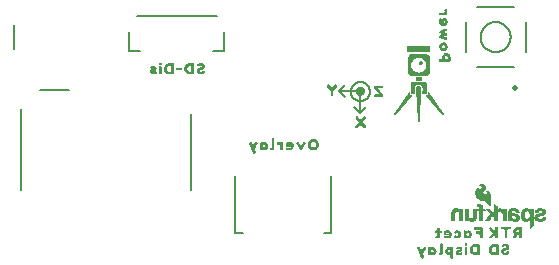
<source format=gbo>
G04 EAGLE Gerber RS-274X export*
G75*
%MOMM*%
%FSLAX34Y34*%
%LPD*%
%INSilkscreen Bottom*%
%IPPOS*%
%AMOC8*
5,1,8,0,0,1.08239X$1,22.5*%
G01*
%ADD10C,0.203200*%
%ADD11C,0.508000*%
%ADD12C,0.127000*%
%ADD13C,0.152400*%
%ADD14C,0.508000*%

G36*
X355505Y156754D02*
X355505Y156754D01*
X355508Y156751D01*
X356104Y156851D01*
X356400Y156851D01*
X356409Y156858D01*
X356416Y156853D01*
X357316Y157153D01*
X357320Y157160D01*
X357325Y157158D01*
X357825Y157458D01*
X357829Y157466D01*
X357835Y157465D01*
X358435Y158065D01*
X358435Y158069D01*
X358438Y158069D01*
X358838Y158569D01*
X358839Y158574D01*
X358842Y158575D01*
X359142Y159075D01*
X359141Y159083D01*
X359147Y159084D01*
X359447Y159984D01*
X359446Y159987D01*
X359448Y159988D01*
X359445Y159992D01*
X359449Y159994D01*
X359549Y160794D01*
X359547Y160798D01*
X359549Y160800D01*
X359549Y171600D01*
X359546Y171605D01*
X359549Y171608D01*
X359449Y172204D01*
X359449Y172500D01*
X359442Y172509D01*
X359447Y172516D01*
X359147Y173416D01*
X359140Y173420D01*
X359142Y173425D01*
X358842Y173925D01*
X358838Y173927D01*
X358838Y173931D01*
X358438Y174431D01*
X358434Y174432D01*
X358435Y174435D01*
X358235Y174635D01*
X358226Y174636D01*
X358225Y174642D01*
X357226Y175242D01*
X356927Y175441D01*
X356914Y175440D01*
X356910Y175448D01*
X356413Y175548D01*
X356116Y175647D01*
X356105Y175643D01*
X356100Y175649D01*
X344100Y175649D01*
X344091Y175642D01*
X344084Y175647D01*
X342884Y175247D01*
X342880Y175240D01*
X342875Y175242D01*
X342375Y174942D01*
X342371Y174934D01*
X342365Y174935D01*
X341969Y174538D01*
X341673Y174341D01*
X341669Y174330D01*
X341661Y174330D01*
X341361Y173930D01*
X341361Y173923D01*
X341356Y173922D01*
X340956Y173122D01*
X340957Y173118D01*
X340955Y173116D01*
X340953Y173116D01*
X340753Y172516D01*
X340756Y172508D01*
X340751Y172505D01*
X340651Y171605D01*
X340653Y171602D01*
X340651Y171600D01*
X340651Y160800D01*
X340654Y160795D01*
X340651Y160792D01*
X340751Y160196D01*
X340751Y159900D01*
X340758Y159891D01*
X340753Y159884D01*
X340953Y159284D01*
X340958Y159281D01*
X340956Y159278D01*
X341356Y158478D01*
X341366Y158473D01*
X341365Y158465D01*
X341965Y157865D01*
X341969Y157865D01*
X341969Y157862D01*
X342469Y157462D01*
X342474Y157461D01*
X342475Y157458D01*
X342975Y157158D01*
X342983Y157159D01*
X342984Y157153D01*
X343283Y157054D01*
X343782Y156854D01*
X343791Y156857D01*
X343795Y156851D01*
X344695Y156751D01*
X344698Y156753D01*
X344700Y156751D01*
X355500Y156751D01*
X355505Y156754D01*
G37*
G36*
X410494Y46480D02*
X410494Y46480D01*
X410557Y46480D01*
X410563Y46484D01*
X410570Y46484D01*
X410622Y46520D01*
X410675Y46554D01*
X410678Y46560D01*
X410684Y46565D01*
X410721Y46629D01*
X410845Y46947D01*
X410846Y46956D01*
X410851Y46964D01*
X410862Y47037D01*
X410864Y56318D01*
X410863Y56323D01*
X410864Y56337D01*
X410814Y56997D01*
X410810Y57006D01*
X410808Y57034D01*
X410659Y57679D01*
X410654Y57688D01*
X410642Y57729D01*
X410361Y58328D01*
X410357Y58332D01*
X410324Y58385D01*
X409892Y58884D01*
X409889Y58886D01*
X409839Y58931D01*
X409285Y59290D01*
X409275Y59293D01*
X409233Y59316D01*
X408610Y59538D01*
X408599Y59538D01*
X408556Y59550D01*
X407900Y59631D01*
X407890Y59630D01*
X407846Y59632D01*
X407187Y59570D01*
X407147Y59554D01*
X407105Y59548D01*
X407084Y59529D01*
X407057Y59518D01*
X407032Y59484D01*
X407000Y59456D01*
X406981Y59413D01*
X406976Y59405D01*
X406975Y59399D01*
X406970Y59388D01*
X406910Y59168D01*
X406911Y59121D01*
X406903Y59074D01*
X406912Y59052D01*
X406913Y59028D01*
X406939Y58989D01*
X406957Y58945D01*
X406984Y58921D01*
X406990Y58912D01*
X406997Y58908D01*
X407012Y58895D01*
X407505Y58565D01*
X407717Y58135D01*
X407575Y57672D01*
X407177Y57310D01*
X406640Y57123D01*
X406058Y57112D01*
X405508Y57278D01*
X405065Y57617D01*
X404818Y58094D01*
X404828Y58634D01*
X404920Y58828D01*
X405039Y59077D01*
X405072Y59148D01*
X405486Y59607D01*
X405952Y60069D01*
X405955Y60075D01*
X405968Y60086D01*
X406392Y60595D01*
X406395Y60603D01*
X406410Y60620D01*
X406768Y61177D01*
X406771Y61187D01*
X406788Y61215D01*
X407045Y61825D01*
X407046Y61834D01*
X407061Y61881D01*
X407168Y62533D01*
X407168Y62534D01*
X407168Y62535D01*
X407169Y62609D01*
X407075Y63262D01*
X407074Y63265D01*
X407074Y63267D01*
X407051Y63338D01*
X406757Y63929D01*
X406752Y63934D01*
X406721Y63983D01*
X406282Y64478D01*
X406273Y64484D01*
X406247Y64511D01*
X405722Y64914D01*
X405712Y64918D01*
X405687Y64937D01*
X405101Y65246D01*
X405091Y65248D01*
X405056Y65265D01*
X404421Y65452D01*
X404411Y65452D01*
X404370Y65462D01*
X403711Y65514D01*
X403700Y65512D01*
X403660Y65513D01*
X403004Y65431D01*
X402994Y65427D01*
X402960Y65422D01*
X402328Y65225D01*
X402319Y65220D01*
X402292Y65211D01*
X401698Y64919D01*
X401690Y64912D01*
X401666Y64901D01*
X401121Y64525D01*
X401118Y64521D01*
X401113Y64519D01*
X401073Y64467D01*
X401033Y64416D01*
X401032Y64411D01*
X401029Y64407D01*
X401024Y64342D01*
X401017Y64278D01*
X401019Y64273D01*
X401019Y64268D01*
X401049Y64210D01*
X401078Y64152D01*
X401082Y64149D01*
X401085Y64144D01*
X401142Y64113D01*
X401197Y64079D01*
X401202Y64079D01*
X401207Y64077D01*
X401281Y64071D01*
X401886Y64117D01*
X402451Y64004D01*
X402913Y63698D01*
X403190Y63250D01*
X403173Y62737D01*
X402889Y62249D01*
X402460Y61823D01*
X401953Y61484D01*
X401418Y61275D01*
X400951Y61323D01*
X400705Y61693D01*
X400718Y62273D01*
X400713Y62291D01*
X400713Y62292D01*
X400712Y62295D01*
X400703Y62327D01*
X400696Y62381D01*
X400685Y62393D01*
X400681Y62408D01*
X400641Y62445D01*
X400605Y62487D01*
X400590Y62492D01*
X400578Y62503D01*
X400553Y62507D01*
X400551Y62507D01*
X400524Y62512D01*
X400471Y62528D01*
X400456Y62524D01*
X400440Y62526D01*
X400419Y62518D01*
X400414Y62518D01*
X400344Y62492D01*
X400336Y62490D01*
X400330Y62485D01*
X399766Y62173D01*
X399762Y62169D01*
X399713Y62134D01*
X399239Y61672D01*
X399234Y61663D01*
X399210Y61639D01*
X398824Y61101D01*
X398821Y61092D01*
X398806Y61072D01*
X398497Y60486D01*
X398495Y60478D01*
X398485Y60459D01*
X398247Y59841D01*
X398247Y59833D01*
X398239Y59815D01*
X398071Y59174D01*
X398071Y59166D01*
X398065Y59147D01*
X397968Y58492D01*
X397969Y58484D01*
X397966Y58465D01*
X397940Y57803D01*
X397942Y57796D01*
X397940Y57777D01*
X397982Y57116D01*
X397985Y57109D01*
X397986Y57089D01*
X398099Y56437D01*
X398103Y56430D01*
X398105Y56411D01*
X398287Y55774D01*
X398292Y55767D01*
X398296Y55749D01*
X398543Y55135D01*
X398548Y55129D01*
X398554Y55112D01*
X398862Y54525D01*
X398867Y54520D01*
X398874Y54505D01*
X399236Y53950D01*
X399241Y53946D01*
X399248Y53933D01*
X399657Y53411D01*
X399663Y53407D01*
X399672Y53394D01*
X400125Y52911D01*
X400132Y52907D01*
X400143Y52894D01*
X400641Y52458D01*
X400648Y52454D01*
X400662Y52441D01*
X401204Y52060D01*
X401211Y52057D01*
X401227Y52045D01*
X401808Y51727D01*
X401817Y51725D01*
X401834Y51715D01*
X402448Y51465D01*
X402456Y51464D01*
X402474Y51456D01*
X403112Y51277D01*
X403120Y51277D01*
X403138Y51271D01*
X403792Y51162D01*
X403800Y51163D01*
X403818Y51159D01*
X404479Y51118D01*
X404486Y51120D01*
X404501Y51118D01*
X405149Y51135D01*
X405753Y51084D01*
X406292Y50850D01*
X406776Y50472D01*
X407229Y50017D01*
X409008Y48064D01*
X410300Y46557D01*
X410306Y46553D01*
X410310Y46547D01*
X410364Y46516D01*
X410417Y46481D01*
X410424Y46481D01*
X410431Y46477D01*
X410494Y46480D01*
G37*
G36*
X444279Y27677D02*
X444279Y27677D01*
X444310Y27680D01*
X444374Y27717D01*
X444844Y28098D01*
X444846Y28101D01*
X444852Y28105D01*
X446841Y29874D01*
X446846Y29883D01*
X446869Y29904D01*
X447263Y30392D01*
X447282Y30436D01*
X447308Y30475D01*
X447313Y30511D01*
X447317Y30521D01*
X447316Y30529D01*
X447319Y30549D01*
X447319Y39199D01*
X447319Y43842D01*
X447308Y43879D01*
X447308Y43918D01*
X447289Y43945D01*
X447280Y43977D01*
X447251Y44002D01*
X447230Y44034D01*
X447180Y44064D01*
X447175Y44069D01*
X447172Y44069D01*
X447166Y44072D01*
X446638Y44293D01*
X446627Y44294D01*
X446585Y44309D01*
X444626Y44658D01*
X444581Y44653D01*
X444536Y44657D01*
X444513Y44646D01*
X444487Y44643D01*
X444452Y44615D01*
X444412Y44594D01*
X444386Y44562D01*
X444378Y44555D01*
X444376Y44549D01*
X444366Y44536D01*
X444141Y44141D01*
X444134Y44114D01*
X444119Y44091D01*
X444108Y44018D01*
X444108Y43792D01*
X443811Y44101D01*
X443802Y44107D01*
X443772Y44135D01*
X443225Y44508D01*
X443215Y44511D01*
X443180Y44532D01*
X442569Y44787D01*
X442558Y44788D01*
X442525Y44800D01*
X441877Y44940D01*
X441867Y44939D01*
X441839Y44945D01*
X441177Y44982D01*
X441168Y44979D01*
X441146Y44981D01*
X440485Y44936D01*
X440476Y44933D01*
X440453Y44932D01*
X439803Y44801D01*
X439794Y44796D01*
X439767Y44791D01*
X439144Y44565D01*
X439136Y44559D01*
X439108Y44549D01*
X438529Y44226D01*
X438521Y44219D01*
X438494Y44203D01*
X437977Y43790D01*
X437971Y43782D01*
X437948Y43763D01*
X437502Y43273D01*
X437497Y43264D01*
X437479Y43243D01*
X437110Y42693D01*
X437107Y42684D01*
X437094Y42664D01*
X436801Y42069D01*
X436800Y42061D01*
X436790Y42043D01*
X436567Y41418D01*
X436567Y41411D01*
X436560Y41393D01*
X436404Y40749D01*
X436404Y40742D01*
X436399Y40727D01*
X436303Y40070D01*
X436303Y40064D01*
X436300Y40049D01*
X436260Y39387D01*
X436272Y39336D01*
X436276Y39284D01*
X436287Y39269D01*
X436291Y39251D01*
X436328Y39214D01*
X436360Y39173D01*
X436383Y39160D01*
X436390Y39153D01*
X436400Y39151D01*
X436425Y39137D01*
X436292Y38882D01*
X436285Y38848D01*
X436268Y38817D01*
X436265Y38748D01*
X436264Y38745D01*
X436264Y38743D01*
X436328Y38081D01*
X436331Y38074D01*
X436332Y38057D01*
X436457Y37404D01*
X436461Y37398D01*
X436463Y37380D01*
X436655Y36743D01*
X436660Y36736D01*
X436665Y36716D01*
X436927Y36105D01*
X436933Y36099D01*
X436941Y36078D01*
X437277Y35504D01*
X437284Y35498D01*
X437297Y35476D01*
X437710Y34954D01*
X437718Y34949D01*
X437736Y34926D01*
X438224Y34475D01*
X438233Y34470D01*
X438256Y34450D01*
X438812Y34085D01*
X438822Y34082D01*
X438848Y34065D01*
X439457Y33798D01*
X439467Y33797D01*
X439495Y33785D01*
X440138Y33619D01*
X440148Y33619D01*
X440175Y33612D01*
X440836Y33542D01*
X440845Y33544D01*
X440869Y33541D01*
X441534Y33561D01*
X441543Y33565D01*
X441573Y33566D01*
X442226Y33691D01*
X442235Y33696D01*
X442267Y33702D01*
X442888Y33937D01*
X442897Y33944D01*
X442929Y33957D01*
X443498Y34301D01*
X443505Y34309D01*
X443536Y34329D01*
X443968Y34718D01*
X443968Y27911D01*
X443977Y27881D01*
X443975Y27850D01*
X443996Y27815D01*
X444007Y27777D01*
X444030Y27756D01*
X444046Y27729D01*
X444082Y27711D01*
X444112Y27685D01*
X444143Y27680D01*
X444171Y27666D01*
X444211Y27670D01*
X444250Y27664D01*
X444279Y27677D01*
G37*
%LPC*%
G36*
X350102Y159849D02*
X350102Y159849D01*
X348910Y159949D01*
X348616Y160047D01*
X348612Y160045D01*
X348611Y160048D01*
X347717Y160247D01*
X347524Y160343D01*
X346726Y160842D01*
X346718Y160841D01*
X346716Y160847D01*
X346425Y160944D01*
X345536Y161734D01*
X344841Y162627D01*
X344245Y163720D01*
X343849Y164811D01*
X343749Y166002D01*
X343749Y166298D01*
X343849Y167490D01*
X344245Y168679D01*
X344841Y169672D01*
X345536Y170566D01*
X346430Y171361D01*
X346725Y171557D01*
X347519Y171954D01*
X347816Y172053D01*
X347816Y172054D01*
X347817Y172054D01*
X348609Y172351D01*
X348900Y172351D01*
X348905Y172354D01*
X348908Y172351D01*
X350100Y172550D01*
X351292Y172351D01*
X351297Y172354D01*
X351300Y172351D01*
X351591Y172351D01*
X352383Y172054D01*
X352384Y172054D01*
X352384Y172053D01*
X352681Y171954D01*
X353471Y171559D01*
X353665Y171365D01*
X353668Y171365D01*
X353668Y171363D01*
X354368Y170763D01*
X354373Y170762D01*
X354373Y170759D01*
X354666Y170564D01*
X355359Y169673D01*
X355954Y168581D01*
X356252Y167490D01*
X356451Y166296D01*
X356451Y166004D01*
X356252Y164810D01*
X356233Y164743D01*
X356220Y164693D01*
X356206Y164644D01*
X356153Y164447D01*
X356139Y164398D01*
X356086Y164201D01*
X356072Y164152D01*
X356059Y164102D01*
X356005Y163905D01*
X355992Y163856D01*
X355954Y163719D01*
X355359Y162628D01*
X354565Y161735D01*
X353672Y160941D01*
X353478Y160844D01*
X353476Y160841D01*
X353474Y160842D01*
X352679Y160345D01*
X351492Y159949D01*
X351300Y159949D01*
X351297Y159947D01*
X351295Y159949D01*
X350397Y159849D01*
X350102Y159849D01*
G37*
%LPD*%
G36*
X359713Y177060D02*
X359713Y177060D01*
X359722Y177056D01*
X359922Y177156D01*
X359932Y177176D01*
X359944Y177185D01*
X359940Y177192D01*
X359941Y177193D01*
X359949Y177200D01*
X359949Y182300D01*
X359913Y182347D01*
X359906Y182342D01*
X359900Y182349D01*
X340400Y182349D01*
X340379Y182333D01*
X340365Y182335D01*
X340265Y182235D01*
X340262Y182208D01*
X340251Y182200D01*
X340251Y177100D01*
X340287Y177053D01*
X340294Y177058D01*
X340300Y177051D01*
X359700Y177051D01*
X359713Y177060D01*
G37*
G36*
X350421Y117667D02*
X350421Y117667D01*
X350435Y117665D01*
X350835Y118065D01*
X350836Y118077D01*
X350841Y118081D01*
X350840Y118082D01*
X350847Y118084D01*
X350947Y118384D01*
X350943Y118395D01*
X350949Y118400D01*
X350949Y118698D01*
X352149Y146198D01*
X352148Y146199D01*
X352149Y146200D01*
X352149Y146800D01*
X352142Y146809D01*
X352147Y146816D01*
X351947Y147416D01*
X351933Y147425D01*
X351935Y147435D01*
X351335Y148035D01*
X351328Y148036D01*
X351327Y148041D01*
X351027Y148241D01*
X351023Y148241D01*
X351022Y148244D01*
X350822Y148344D01*
X350817Y148343D01*
X350816Y148347D01*
X350216Y148547D01*
X350205Y148543D01*
X350200Y148549D01*
X349600Y148549D01*
X349591Y148542D01*
X349584Y148547D01*
X348984Y148347D01*
X348981Y148342D01*
X348978Y148344D01*
X348778Y148244D01*
X348776Y148240D01*
X348773Y148241D01*
X348473Y148041D01*
X348470Y148034D01*
X348465Y148035D01*
X348065Y147635D01*
X348064Y147628D01*
X348059Y147627D01*
X347859Y147327D01*
X347860Y147318D01*
X347859Y147317D01*
X347853Y147316D01*
X347754Y147019D01*
X347656Y146822D01*
X347656Y146820D01*
X347656Y146819D01*
X347659Y146806D01*
X347651Y146800D01*
X347651Y146200D01*
X347652Y146198D01*
X347651Y146197D01*
X349151Y118598D01*
X349151Y118300D01*
X349160Y118287D01*
X349156Y118278D01*
X349256Y118078D01*
X349260Y118076D01*
X349259Y118073D01*
X349459Y117773D01*
X349480Y117765D01*
X349484Y117753D01*
X349784Y117653D01*
X349795Y117657D01*
X349800Y117651D01*
X350400Y117651D01*
X350421Y117667D01*
G37*
G36*
X432644Y33559D02*
X432644Y33559D01*
X432653Y33561D01*
X432675Y33562D01*
X433323Y33661D01*
X433332Y33666D01*
X433360Y33670D01*
X433985Y33868D01*
X433993Y33873D01*
X434028Y33886D01*
X434604Y34196D01*
X434611Y34204D01*
X434650Y34229D01*
X435142Y34660D01*
X435146Y34667D01*
X435183Y34707D01*
X435552Y35247D01*
X435555Y35256D01*
X435580Y35301D01*
X435809Y35914D01*
X435810Y35924D01*
X435822Y35964D01*
X435919Y36611D01*
X435918Y36622D01*
X435922Y36655D01*
X435905Y37310D01*
X435903Y37318D01*
X435904Y37326D01*
X435881Y37384D01*
X435863Y37443D01*
X435856Y37448D01*
X435853Y37456D01*
X435799Y37508D01*
X435644Y37616D01*
X435751Y37910D01*
X435755Y37970D01*
X435763Y38031D01*
X435759Y38043D01*
X435760Y38049D01*
X435755Y38058D01*
X435742Y38102D01*
X435458Y38698D01*
X435454Y38702D01*
X435421Y38754D01*
X434988Y39252D01*
X434981Y39257D01*
X434941Y39294D01*
X434397Y39668D01*
X434387Y39671D01*
X434355Y39691D01*
X433748Y39954D01*
X433739Y39955D01*
X433716Y39965D01*
X433080Y40144D01*
X433073Y40144D01*
X433059Y40149D01*
X432409Y40272D01*
X432404Y40271D01*
X432394Y40274D01*
X430433Y40524D01*
X429818Y40647D01*
X429305Y40866D01*
X429036Y41271D01*
X429063Y41790D01*
X429312Y42246D01*
X429787Y42493D01*
X430379Y42572D01*
X430990Y42556D01*
X431548Y42405D01*
X431974Y42067D01*
X432221Y41524D01*
X432224Y41521D01*
X432224Y41518D01*
X432266Y41457D01*
X432613Y41087D01*
X432668Y41055D01*
X432722Y41019D01*
X432730Y41018D01*
X432734Y41016D01*
X432742Y41016D01*
X432795Y41008D01*
X434781Y41008D01*
X434790Y41011D01*
X434815Y41011D01*
X435391Y41091D01*
X435409Y41099D01*
X435428Y41100D01*
X435471Y41128D01*
X435518Y41149D01*
X435529Y41165D01*
X435546Y41176D01*
X435567Y41223D01*
X435595Y41266D01*
X435595Y41285D01*
X435603Y41304D01*
X435602Y41378D01*
X435497Y42030D01*
X435492Y42040D01*
X435485Y42075D01*
X435262Y42697D01*
X435256Y42705D01*
X435239Y42744D01*
X434891Y43305D01*
X434883Y43312D01*
X434858Y43347D01*
X434398Y43822D01*
X434389Y43827D01*
X434361Y43853D01*
X433817Y44228D01*
X433807Y44232D01*
X433782Y44249D01*
X433184Y44531D01*
X433175Y44532D01*
X433153Y44543D01*
X432523Y44743D01*
X432515Y44743D01*
X432497Y44750D01*
X431848Y44881D01*
X431841Y44881D01*
X431827Y44885D01*
X431169Y44958D01*
X431163Y44957D01*
X431150Y44960D01*
X430489Y44982D01*
X430484Y44981D01*
X430473Y44982D01*
X429813Y44965D01*
X429808Y44963D01*
X429798Y44964D01*
X429138Y44907D01*
X429133Y44905D01*
X429119Y44905D01*
X428466Y44796D01*
X428459Y44793D01*
X428441Y44791D01*
X427803Y44615D01*
X427795Y44610D01*
X427770Y44603D01*
X427164Y44338D01*
X427156Y44331D01*
X427121Y44313D01*
X426580Y43935D01*
X426576Y43929D01*
X426533Y43892D01*
X426107Y43388D01*
X426106Y43386D01*
X426069Y43328D01*
X425802Y42725D01*
X425801Y42717D01*
X425784Y42664D01*
X425678Y42012D01*
X425679Y42002D01*
X425675Y41973D01*
X425669Y38002D01*
X425678Y37972D01*
X425677Y37941D01*
X425705Y37873D01*
X425761Y37781D01*
X425757Y37779D01*
X425728Y37735D01*
X425692Y37694D01*
X425690Y37677D01*
X425680Y37663D01*
X425669Y37589D01*
X425668Y36281D01*
X425646Y35639D01*
X425580Y35011D01*
X425436Y34388D01*
X425437Y34374D01*
X425431Y34362D01*
X425440Y34306D01*
X425444Y34248D01*
X425452Y34237D01*
X425454Y34224D01*
X425495Y34163D01*
X425739Y33898D01*
X425795Y33865D01*
X425849Y33829D01*
X425856Y33828D01*
X425859Y33826D01*
X425866Y33827D01*
X425922Y33818D01*
X427890Y33818D01*
X427900Y33821D01*
X427930Y33821D01*
X428516Y33915D01*
X428552Y33932D01*
X428591Y33940D01*
X428613Y33962D01*
X428642Y33975D01*
X428663Y34009D01*
X428692Y34036D01*
X428712Y34087D01*
X428716Y34094D01*
X428716Y34098D01*
X428719Y34105D01*
X428823Y34556D01*
X428855Y34557D01*
X429323Y34227D01*
X429332Y34224D01*
X429358Y34206D01*
X429949Y33922D01*
X429959Y33921D01*
X429983Y33909D01*
X430608Y33714D01*
X430617Y33714D01*
X430638Y33706D01*
X431284Y33590D01*
X431292Y33591D01*
X431310Y33587D01*
X431964Y33540D01*
X431971Y33542D01*
X431989Y33540D01*
X432644Y33559D01*
G37*
G36*
X415996Y33820D02*
X415996Y33820D01*
X416057Y33827D01*
X416578Y33971D01*
X416623Y33999D01*
X416673Y34021D01*
X416682Y34035D01*
X416697Y34045D01*
X416720Y34093D01*
X416750Y34138D01*
X416753Y34162D01*
X416757Y34170D01*
X416756Y34181D01*
X416761Y34211D01*
X416761Y46845D01*
X416760Y46846D01*
X416761Y46847D01*
X416755Y46885D01*
X416755Y46896D01*
X416752Y46902D01*
X416749Y46920D01*
X416749Y46921D01*
X416731Y46948D01*
X416721Y46979D01*
X416702Y46996D01*
X416690Y47019D01*
X416675Y47030D01*
X416671Y47037D01*
X416661Y47041D01*
X416631Y47064D01*
X414299Y48343D01*
X414291Y48345D01*
X414274Y48355D01*
X413754Y48569D01*
X413689Y48576D01*
X413625Y48585D01*
X413620Y48583D01*
X413615Y48584D01*
X413556Y48555D01*
X413498Y48529D01*
X413495Y48524D01*
X413489Y48521D01*
X413456Y48466D01*
X413421Y48412D01*
X413420Y48405D01*
X413418Y48401D01*
X413418Y48394D01*
X413410Y48338D01*
X413410Y41334D01*
X410365Y44499D01*
X410332Y44518D01*
X410306Y44544D01*
X410249Y44565D01*
X410243Y44569D01*
X410241Y44568D01*
X410236Y44570D01*
X409625Y44697D01*
X409614Y44696D01*
X409574Y44702D01*
X406914Y44702D01*
X406865Y44688D01*
X406814Y44681D01*
X406799Y44669D01*
X406780Y44663D01*
X406746Y44625D01*
X406707Y44592D01*
X406701Y44573D01*
X406688Y44558D01*
X406681Y44507D01*
X406665Y44458D01*
X406669Y44430D01*
X406667Y44420D01*
X406671Y44411D01*
X406675Y44385D01*
X406763Y44078D01*
X406777Y44055D01*
X406783Y44028D01*
X406828Y43969D01*
X410108Y40771D01*
X410182Y40445D01*
X406196Y34439D01*
X406192Y34426D01*
X406188Y34421D01*
X406185Y34404D01*
X406178Y34381D01*
X406155Y34324D01*
X406157Y34315D01*
X406154Y34306D01*
X406170Y34247D01*
X406182Y34187D01*
X406190Y34177D01*
X406191Y34171D01*
X406199Y34164D01*
X406226Y34127D01*
X406455Y33893D01*
X406508Y33863D01*
X406559Y33829D01*
X406571Y33827D01*
X406576Y33825D01*
X406586Y33825D01*
X406633Y33818D01*
X409292Y33818D01*
X409302Y33821D01*
X409312Y33819D01*
X409385Y33836D01*
X409929Y34053D01*
X409962Y34079D01*
X410001Y34097D01*
X410031Y34132D01*
X410039Y34139D01*
X410041Y34144D01*
X410049Y34154D01*
X412469Y38094D01*
X412648Y38271D01*
X413363Y37582D01*
X413410Y37044D01*
X413410Y34396D01*
X413427Y34336D01*
X413440Y34276D01*
X413447Y34267D01*
X413449Y34261D01*
X413456Y34255D01*
X413485Y34217D01*
X413822Y33889D01*
X413873Y33861D01*
X413922Y33829D01*
X413939Y33827D01*
X413945Y33823D01*
X413956Y33824D01*
X413996Y33818D01*
X415990Y33818D01*
X415996Y33820D01*
G37*
G36*
X346747Y141687D02*
X346747Y141687D01*
X346741Y141695D01*
X346749Y141702D01*
X346549Y146201D01*
X346549Y146792D01*
X346846Y147681D01*
X346943Y147875D01*
X347138Y148169D01*
X347335Y148365D01*
X347336Y148372D01*
X347341Y148373D01*
X347538Y148669D01*
X347927Y149057D01*
X348216Y149153D01*
X348225Y149167D01*
X348235Y149165D01*
X348427Y149357D01*
X348716Y149453D01*
X349008Y149551D01*
X349300Y149551D01*
X349309Y149558D01*
X349316Y149553D01*
X349608Y149651D01*
X350492Y149651D01*
X351081Y149454D01*
X351278Y149356D01*
X351283Y149357D01*
X351284Y149353D01*
X351578Y149255D01*
X351869Y149062D01*
X352662Y148269D01*
X352855Y147978D01*
X352953Y147684D01*
X352958Y147681D01*
X352956Y147678D01*
X353054Y147481D01*
X353251Y146892D01*
X353251Y146301D01*
X353051Y141802D01*
X353076Y141765D01*
X353078Y141756D01*
X353278Y141656D01*
X353294Y141659D01*
X353300Y141651D01*
X356000Y141651D01*
X356009Y141658D01*
X356016Y141653D01*
X356316Y141753D01*
X356325Y141767D01*
X356335Y141765D01*
X356535Y141965D01*
X356537Y141977D01*
X356543Y141982D01*
X356542Y141983D01*
X356547Y141984D01*
X356647Y142284D01*
X356643Y142295D01*
X356649Y142300D01*
X356649Y151300D01*
X356633Y151321D01*
X356635Y151335D01*
X356435Y151535D01*
X356428Y151536D01*
X356427Y151541D01*
X356127Y151741D01*
X356109Y151740D01*
X356103Y151747D01*
X356102Y151747D01*
X356100Y151749D01*
X344100Y151749D01*
X344097Y151747D01*
X344096Y151747D01*
X344086Y151740D01*
X344078Y151744D01*
X343878Y151644D01*
X343873Y151634D01*
X343865Y151635D01*
X343665Y151435D01*
X343663Y151422D01*
X343656Y151417D01*
X343653Y151416D01*
X343553Y151116D01*
X343557Y151105D01*
X343551Y151100D01*
X343551Y142100D01*
X343563Y142084D01*
X343559Y142073D01*
X343759Y141773D01*
X343780Y141765D01*
X343784Y141753D01*
X344084Y141653D01*
X344095Y141657D01*
X344100Y141651D01*
X346700Y141651D01*
X346747Y141687D01*
G37*
G36*
X395714Y33563D02*
X395714Y33563D01*
X395721Y33566D01*
X395741Y33566D01*
X396396Y33663D01*
X396405Y33667D01*
X396432Y33671D01*
X397064Y33866D01*
X397073Y33871D01*
X397111Y33885D01*
X397691Y34202D01*
X397697Y34208D01*
X397740Y34238D01*
X398225Y34686D01*
X398230Y34693D01*
X398265Y34733D01*
X398625Y35288D01*
X398628Y35298D01*
X398648Y35334D01*
X398886Y35951D01*
X398887Y35961D01*
X398897Y35987D01*
X399039Y36633D01*
X399039Y36641D01*
X399044Y36660D01*
X399116Y37318D01*
X399115Y37324D01*
X399117Y37337D01*
X399140Y37999D01*
X399139Y38001D01*
X399140Y38007D01*
X399140Y43968D01*
X399138Y43974D01*
X399140Y43981D01*
X399125Y44054D01*
X398948Y44539D01*
X398922Y44574D01*
X398904Y44614D01*
X398881Y44629D01*
X398865Y44651D01*
X398824Y44667D01*
X398787Y44691D01*
X398744Y44698D01*
X398734Y44702D01*
X398728Y44700D01*
X398714Y44702D01*
X396064Y44702D01*
X396053Y44699D01*
X396041Y44701D01*
X395987Y44680D01*
X395930Y44663D01*
X395922Y44654D01*
X395911Y44650D01*
X395877Y44602D01*
X395838Y44558D01*
X395836Y44546D01*
X395829Y44537D01*
X395815Y44464D01*
X395788Y43828D01*
X395789Y43825D01*
X395788Y43818D01*
X395787Y38526D01*
X395753Y37888D01*
X395637Y37288D01*
X395388Y36774D01*
X394966Y36431D01*
X394412Y36296D01*
X393815Y36311D01*
X393252Y36464D01*
X392801Y36797D01*
X392503Y37291D01*
X392339Y37876D01*
X392265Y38502D01*
X392250Y39150D01*
X392250Y44445D01*
X392245Y44462D01*
X392248Y44478D01*
X392226Y44528D01*
X392211Y44580D01*
X392198Y44591D01*
X392192Y44606D01*
X392147Y44636D01*
X392106Y44672D01*
X392089Y44674D01*
X392075Y44683D01*
X392002Y44695D01*
X389360Y44702D01*
X389328Y44693D01*
X389294Y44694D01*
X389262Y44674D01*
X389226Y44663D01*
X389203Y44638D01*
X389175Y44621D01*
X389134Y44559D01*
X388922Y44108D01*
X388919Y44091D01*
X388909Y44076D01*
X388898Y44002D01*
X388898Y34067D01*
X388902Y34054D01*
X388900Y34041D01*
X388901Y34037D01*
X388901Y34034D01*
X388922Y33986D01*
X388937Y33933D01*
X388948Y33924D01*
X388953Y33912D01*
X388956Y33909D01*
X388957Y33906D01*
X389001Y33877D01*
X389043Y33841D01*
X389056Y33839D01*
X389067Y33831D01*
X389071Y33831D01*
X389074Y33829D01*
X389148Y33818D01*
X391797Y33818D01*
X391801Y33819D01*
X391804Y33818D01*
X391868Y33839D01*
X391931Y33857D01*
X391934Y33860D01*
X391937Y33861D01*
X391979Y33912D01*
X392023Y33963D01*
X392024Y33966D01*
X392026Y33969D01*
X392045Y34041D01*
X392108Y34640D01*
X392107Y34647D01*
X392110Y34666D01*
X392110Y34859D01*
X392430Y34521D01*
X392439Y34515D01*
X392465Y34490D01*
X393001Y34103D01*
X393011Y34099D01*
X393041Y34079D01*
X393639Y33797D01*
X393650Y33796D01*
X393680Y33782D01*
X394319Y33610D01*
X394330Y33610D01*
X394360Y33602D01*
X395019Y33539D01*
X395028Y33541D01*
X395052Y33538D01*
X395714Y33563D01*
G37*
G36*
X387392Y33828D02*
X387392Y33828D01*
X387426Y33827D01*
X387458Y33847D01*
X387494Y33857D01*
X387516Y33882D01*
X387545Y33900D01*
X387586Y33962D01*
X387798Y34413D01*
X387800Y34430D01*
X387810Y34445D01*
X387821Y34518D01*
X387821Y44453D01*
X387817Y44468D01*
X387819Y44487D01*
X387801Y44528D01*
X387792Y44571D01*
X387784Y44579D01*
X387782Y44587D01*
X387770Y44598D01*
X387763Y44614D01*
X387725Y44639D01*
X387694Y44671D01*
X387683Y44673D01*
X387677Y44679D01*
X387661Y44682D01*
X387646Y44691D01*
X387572Y44702D01*
X384923Y44702D01*
X384919Y44701D01*
X384915Y44702D01*
X384853Y44682D01*
X384789Y44663D01*
X384786Y44660D01*
X384782Y44659D01*
X384741Y44608D01*
X384697Y44558D01*
X384696Y44554D01*
X384694Y44551D01*
X384675Y44479D01*
X384613Y43879D01*
X384615Y43871D01*
X384612Y43853D01*
X384612Y43660D01*
X384289Y44002D01*
X384280Y44007D01*
X384254Y44033D01*
X383717Y44419D01*
X383707Y44423D01*
X383677Y44443D01*
X383079Y44724D01*
X383068Y44726D01*
X383038Y44739D01*
X382399Y44911D01*
X382389Y44911D01*
X382358Y44919D01*
X381699Y44981D01*
X381690Y44980D01*
X381666Y44982D01*
X381005Y44957D01*
X380997Y44955D01*
X380977Y44955D01*
X380323Y44857D01*
X380314Y44853D01*
X380286Y44849D01*
X379654Y44654D01*
X379645Y44649D01*
X379608Y44635D01*
X379028Y44317D01*
X379022Y44311D01*
X378979Y44281D01*
X378494Y43833D01*
X378490Y43825D01*
X378454Y43785D01*
X378095Y43231D01*
X378092Y43221D01*
X378071Y43185D01*
X377834Y42568D01*
X377833Y42558D01*
X377823Y42532D01*
X377681Y41885D01*
X377681Y41877D01*
X377676Y41859D01*
X377604Y41201D01*
X377605Y41195D01*
X377603Y41182D01*
X377581Y40520D01*
X377582Y40517D01*
X377581Y40512D01*
X377581Y34551D01*
X377583Y34544D01*
X377581Y34537D01*
X377596Y34465D01*
X377775Y33981D01*
X377801Y33946D01*
X377819Y33907D01*
X377842Y33891D01*
X377858Y33869D01*
X377899Y33853D01*
X377935Y33830D01*
X377979Y33823D01*
X377989Y33819D01*
X377995Y33821D01*
X378009Y33818D01*
X380658Y33818D01*
X380670Y33822D01*
X380682Y33820D01*
X380736Y33841D01*
X380792Y33858D01*
X380800Y33867D01*
X380812Y33872D01*
X380846Y33919D01*
X380884Y33963D01*
X380886Y33975D01*
X380893Y33985D01*
X380907Y34058D01*
X380931Y34696D01*
X380930Y34699D01*
X380931Y34706D01*
X380932Y39997D01*
X380967Y40634D01*
X381084Y41235D01*
X381334Y41748D01*
X381757Y42090D01*
X382310Y42226D01*
X382907Y42211D01*
X383469Y42057D01*
X383920Y41723D01*
X384217Y41229D01*
X384380Y40644D01*
X384453Y40017D01*
X384468Y39369D01*
X384468Y34074D01*
X384473Y34058D01*
X384471Y34041D01*
X384492Y33992D01*
X384508Y33940D01*
X384520Y33929D01*
X384527Y33913D01*
X384572Y33883D01*
X384613Y33848D01*
X384630Y33845D01*
X384644Y33836D01*
X384717Y33825D01*
X387360Y33818D01*
X387392Y33828D01*
G37*
G36*
X453269Y33545D02*
X453269Y33545D01*
X453282Y33544D01*
X453941Y33591D01*
X453947Y33593D01*
X453962Y33593D01*
X454614Y33695D01*
X454621Y33698D01*
X454638Y33700D01*
X455277Y33866D01*
X455285Y33870D01*
X455306Y33875D01*
X455920Y34117D01*
X455928Y34123D01*
X455954Y34133D01*
X456525Y34462D01*
X456533Y34470D01*
X456562Y34488D01*
X457066Y34914D01*
X457071Y34923D01*
X457101Y34950D01*
X457508Y35469D01*
X457511Y35479D01*
X457535Y35514D01*
X457825Y36106D01*
X457826Y36117D01*
X457842Y36152D01*
X458011Y36789D01*
X458011Y36795D01*
X458019Y36857D01*
X458012Y37446D01*
X458007Y37461D01*
X458009Y37477D01*
X457987Y37527D01*
X457971Y37580D01*
X457959Y37590D01*
X457952Y37604D01*
X457906Y37635D01*
X457864Y37671D01*
X457849Y37673D01*
X457836Y37681D01*
X457762Y37692D01*
X455120Y37692D01*
X455100Y37687D01*
X455081Y37689D01*
X455038Y37669D01*
X454996Y37659D01*
X454992Y37655D01*
X454985Y37653D01*
X454972Y37638D01*
X454954Y37630D01*
X454929Y37589D01*
X454899Y37559D01*
X454897Y37552D01*
X454893Y37548D01*
X454892Y37537D01*
X454887Y37523D01*
X454880Y37512D01*
X454880Y37503D01*
X454875Y37488D01*
X454765Y36896D01*
X454451Y36444D01*
X454137Y36245D01*
X453968Y36139D01*
X453395Y35981D01*
X452790Y35949D01*
X452201Y36044D01*
X451693Y36285D01*
X451377Y36692D01*
X451347Y37170D01*
X451654Y37561D01*
X452176Y37825D01*
X452778Y38020D01*
X453407Y38178D01*
X454694Y38465D01*
X454697Y38467D01*
X454705Y38468D01*
X455342Y38644D01*
X455348Y38647D01*
X455361Y38650D01*
X455982Y38874D01*
X455989Y38880D01*
X456011Y38887D01*
X456598Y39188D01*
X456606Y39196D01*
X456641Y39216D01*
X457154Y39629D01*
X457156Y39632D01*
X457202Y39681D01*
X457577Y40221D01*
X457578Y40223D01*
X457580Y40225D01*
X457611Y40292D01*
X457800Y40923D01*
X457800Y40930D01*
X457810Y40986D01*
X457831Y41645D01*
X457829Y41656D01*
X457829Y41690D01*
X457733Y42342D01*
X457728Y42352D01*
X457720Y42392D01*
X457492Y43011D01*
X457487Y43018D01*
X457465Y43064D01*
X457096Y43610D01*
X457089Y43616D01*
X457056Y43656D01*
X456565Y44096D01*
X456556Y44101D01*
X456523Y44127D01*
X455950Y44454D01*
X455940Y44457D01*
X455913Y44472D01*
X455294Y44701D01*
X455284Y44701D01*
X455263Y44710D01*
X454619Y44857D01*
X454612Y44857D01*
X454595Y44862D01*
X453940Y44946D01*
X453934Y44945D01*
X453921Y44948D01*
X453261Y44981D01*
X453256Y44980D01*
X453245Y44982D01*
X452585Y44971D01*
X452579Y44970D01*
X452565Y44970D01*
X451908Y44909D01*
X451901Y44907D01*
X451885Y44906D01*
X451236Y44784D01*
X451228Y44780D01*
X451208Y44777D01*
X450577Y44581D01*
X450569Y44576D01*
X450543Y44568D01*
X449949Y44281D01*
X449941Y44274D01*
X449910Y44258D01*
X449378Y43868D01*
X449371Y43860D01*
X449338Y43832D01*
X448901Y43339D01*
X448897Y43330D01*
X448869Y43294D01*
X448550Y42717D01*
X448548Y42707D01*
X448530Y42671D01*
X448333Y42042D01*
X448333Y42035D01*
X448330Y42030D01*
X448322Y41956D01*
X448346Y41408D01*
X448350Y41397D01*
X448348Y41386D01*
X448372Y41332D01*
X448391Y41276D01*
X448400Y41269D01*
X448405Y41258D01*
X448454Y41226D01*
X448501Y41189D01*
X448512Y41187D01*
X448522Y41181D01*
X448595Y41170D01*
X450577Y41170D01*
X450582Y41171D01*
X450592Y41170D01*
X451219Y41208D01*
X451261Y41223D01*
X451306Y41230D01*
X451326Y41247D01*
X451350Y41255D01*
X451378Y41291D01*
X451412Y41320D01*
X451429Y41358D01*
X451436Y41366D01*
X451436Y41373D01*
X451443Y41388D01*
X451607Y41957D01*
X451982Y42335D01*
X452517Y42525D01*
X453124Y42577D01*
X453727Y42535D01*
X454227Y42350D01*
X454463Y41964D01*
X454362Y41525D01*
X453942Y41207D01*
X453370Y40999D01*
X452744Y40843D01*
X451458Y40562D01*
X451456Y40561D01*
X451450Y40560D01*
X450810Y40398D01*
X450805Y40396D01*
X450794Y40394D01*
X450166Y40191D01*
X450159Y40187D01*
X450142Y40182D01*
X449537Y39916D01*
X449529Y39910D01*
X449502Y39897D01*
X448949Y39537D01*
X448943Y39529D01*
X448904Y39499D01*
X448453Y39022D01*
X448452Y39021D01*
X448451Y39019D01*
X448410Y38961D01*
X448114Y38373D01*
X448114Y38369D01*
X448092Y38307D01*
X447971Y37660D01*
X447972Y37649D01*
X447966Y37608D01*
X447982Y36948D01*
X447985Y36938D01*
X447987Y36906D01*
X448113Y36259D01*
X448118Y36249D01*
X448128Y36211D01*
X448381Y35602D01*
X448388Y35594D01*
X448408Y35554D01*
X448790Y35016D01*
X448798Y35010D01*
X448826Y34976D01*
X449314Y34533D01*
X449324Y34528D01*
X449352Y34504D01*
X449916Y34162D01*
X449926Y34159D01*
X449951Y34144D01*
X450561Y33893D01*
X450570Y33893D01*
X450591Y33883D01*
X451228Y33711D01*
X451236Y33711D01*
X451253Y33705D01*
X451905Y33598D01*
X451912Y33599D01*
X451926Y33596D01*
X452585Y33545D01*
X452590Y33546D01*
X452603Y33544D01*
X453264Y33543D01*
X453269Y33545D01*
G37*
G36*
X261204Y94054D02*
X261204Y94054D01*
X261207Y94051D01*
X261907Y94151D01*
X261912Y94156D01*
X261916Y94153D01*
X262516Y94353D01*
X262519Y94358D01*
X262522Y94356D01*
X263122Y94656D01*
X263124Y94660D01*
X263127Y94659D01*
X263727Y95059D01*
X263730Y95066D01*
X263735Y95065D01*
X264235Y95565D01*
X264235Y95569D01*
X264238Y95569D01*
X264638Y96069D01*
X264639Y96073D01*
X264641Y96073D01*
X265041Y96673D01*
X265040Y96682D01*
X265047Y96684D01*
X265447Y97884D01*
X265445Y97891D01*
X265449Y97893D01*
X265549Y98593D01*
X265546Y98598D01*
X265549Y98600D01*
X265549Y99300D01*
X265546Y99304D01*
X265549Y99307D01*
X265449Y100007D01*
X265444Y100012D01*
X265447Y100016D01*
X265047Y101216D01*
X265039Y101221D01*
X265041Y101227D01*
X264641Y101827D01*
X264638Y101828D01*
X264638Y101831D01*
X264238Y102331D01*
X264234Y102332D01*
X264235Y102335D01*
X263735Y102835D01*
X263728Y102836D01*
X263727Y102841D01*
X263127Y103241D01*
X263123Y103241D01*
X263122Y103244D01*
X262522Y103544D01*
X262517Y103543D01*
X262516Y103547D01*
X261916Y103747D01*
X261909Y103745D01*
X261907Y103749D01*
X261207Y103849D01*
X261202Y103846D01*
X261200Y103849D01*
X260100Y103849D01*
X260091Y103842D01*
X260084Y103847D01*
X258884Y103447D01*
X258881Y103442D01*
X258878Y103444D01*
X258278Y103144D01*
X258274Y103137D01*
X258268Y103138D01*
X257669Y102638D01*
X257169Y102238D01*
X257167Y102228D01*
X257159Y102227D01*
X256759Y101627D01*
X256759Y101623D01*
X256756Y101622D01*
X256456Y101022D01*
X256457Y101017D01*
X256453Y101016D01*
X256053Y99816D01*
X256057Y99805D01*
X256051Y99800D01*
X256051Y98400D01*
X256054Y98396D01*
X256051Y98393D01*
X256151Y97693D01*
X256156Y97688D01*
X256153Y97684D01*
X256353Y97084D01*
X256358Y97081D01*
X256356Y97078D01*
X256656Y96478D01*
X256660Y96476D01*
X256659Y96473D01*
X257059Y95873D01*
X257062Y95872D01*
X257062Y95869D01*
X257462Y95369D01*
X257469Y95367D01*
X257468Y95362D01*
X258068Y94862D01*
X258074Y94862D01*
X258075Y94858D01*
X258575Y94558D01*
X258578Y94558D01*
X258578Y94556D01*
X259178Y94256D01*
X259185Y94257D01*
X259186Y94253D01*
X259886Y94053D01*
X259896Y94056D01*
X259900Y94051D01*
X261200Y94051D01*
X261204Y94054D01*
G37*
G36*
X400204Y5254D02*
X400204Y5254D01*
X400206Y5251D01*
X401006Y5351D01*
X401019Y5364D01*
X401030Y5361D01*
X401430Y5661D01*
X401434Y5677D01*
X401439Y5681D01*
X401436Y5685D01*
X401437Y5687D01*
X401449Y5693D01*
X401549Y6393D01*
X401546Y6398D01*
X401549Y6400D01*
X401549Y13900D01*
X401542Y13909D01*
X401547Y13916D01*
X401347Y14516D01*
X401327Y14529D01*
X401325Y14542D01*
X400825Y14842D01*
X400807Y14840D01*
X400800Y14849D01*
X397600Y14849D01*
X397596Y14846D01*
X397593Y14849D01*
X396893Y14749D01*
X396888Y14744D01*
X396884Y14747D01*
X396284Y14547D01*
X396281Y14542D01*
X396278Y14544D01*
X395078Y13944D01*
X395073Y13934D01*
X395065Y13935D01*
X394065Y12935D01*
X394064Y12923D01*
X394056Y12922D01*
X393757Y12323D01*
X393458Y11825D01*
X393459Y11818D01*
X393453Y11814D01*
X393454Y11814D01*
X393453Y11814D01*
X393439Y11765D01*
X393425Y11716D01*
X393383Y11568D01*
X393340Y11420D01*
X393326Y11371D01*
X393284Y11223D01*
X393253Y11114D01*
X393255Y11109D01*
X393251Y11107D01*
X393151Y10407D01*
X393154Y10402D01*
X393151Y10400D01*
X393151Y9700D01*
X393154Y9696D01*
X393151Y9693D01*
X393251Y8993D01*
X393256Y8988D01*
X393253Y8984D01*
X393653Y7784D01*
X393661Y7779D01*
X393659Y7773D01*
X394059Y7173D01*
X394066Y7170D01*
X394065Y7165D01*
X395065Y6165D01*
X395074Y6164D01*
X395075Y6158D01*
X395575Y5858D01*
X395578Y5858D01*
X395578Y5856D01*
X396178Y5556D01*
X396185Y5557D01*
X396186Y5553D01*
X396886Y5353D01*
X396890Y5354D01*
X396892Y5351D01*
X397492Y5251D01*
X397497Y5254D01*
X397500Y5251D01*
X400200Y5251D01*
X400204Y5254D01*
G37*
G36*
X158704Y158254D02*
X158704Y158254D01*
X158707Y158251D01*
X159407Y158351D01*
X159419Y158364D01*
X159430Y158361D01*
X159830Y158661D01*
X159834Y158677D01*
X159839Y158681D01*
X159836Y158685D01*
X159837Y158687D01*
X159849Y158693D01*
X159949Y159393D01*
X159946Y159398D01*
X159949Y159400D01*
X159949Y166900D01*
X159942Y166909D01*
X159947Y166916D01*
X159747Y167516D01*
X159727Y167529D01*
X159725Y167542D01*
X159225Y167842D01*
X159207Y167840D01*
X159200Y167849D01*
X156000Y167849D01*
X155996Y167846D01*
X155993Y167849D01*
X155293Y167749D01*
X155288Y167744D01*
X155284Y167747D01*
X154684Y167547D01*
X154681Y167542D01*
X154678Y167544D01*
X153478Y166944D01*
X153473Y166934D01*
X153465Y166935D01*
X152465Y165935D01*
X152464Y165923D01*
X152456Y165922D01*
X152157Y165323D01*
X151858Y164825D01*
X151859Y164818D01*
X151853Y164814D01*
X151854Y164814D01*
X151853Y164814D01*
X151839Y164765D01*
X151825Y164716D01*
X151783Y164568D01*
X151740Y164420D01*
X151726Y164371D01*
X151684Y164223D01*
X151653Y164114D01*
X151655Y164109D01*
X151651Y164107D01*
X151551Y163407D01*
X151554Y163402D01*
X151551Y163400D01*
X151551Y162700D01*
X151554Y162696D01*
X151551Y162693D01*
X151651Y161993D01*
X151656Y161988D01*
X151653Y161984D01*
X151853Y161384D01*
X151858Y161381D01*
X151856Y161378D01*
X152456Y160178D01*
X152466Y160173D01*
X152465Y160165D01*
X153465Y159165D01*
X153474Y159164D01*
X153475Y159158D01*
X153975Y158858D01*
X153978Y158858D01*
X153978Y158856D01*
X154578Y158556D01*
X154585Y158557D01*
X154586Y158553D01*
X155286Y158353D01*
X155290Y158354D01*
X155292Y158351D01*
X155892Y158251D01*
X155897Y158254D01*
X155900Y158251D01*
X158700Y158251D01*
X158704Y158254D01*
G37*
G36*
X141404Y158254D02*
X141404Y158254D01*
X141406Y158251D01*
X142206Y158351D01*
X142222Y158367D01*
X142235Y158365D01*
X142535Y158665D01*
X142536Y158677D01*
X142541Y158681D01*
X142538Y158686D01*
X142538Y158687D01*
X142549Y158693D01*
X142649Y159393D01*
X142646Y159398D01*
X142649Y159400D01*
X142649Y166900D01*
X142642Y166909D01*
X142647Y166916D01*
X142447Y167516D01*
X142430Y167527D01*
X142430Y167539D01*
X142030Y167839D01*
X142008Y167839D01*
X142000Y167849D01*
X138700Y167849D01*
X138695Y167846D01*
X138692Y167849D01*
X138092Y167749D01*
X138089Y167745D01*
X138086Y167747D01*
X137386Y167547D01*
X137382Y167542D01*
X137378Y167544D01*
X136778Y167244D01*
X136777Y167241D01*
X136775Y167242D01*
X136275Y166942D01*
X136273Y166937D01*
X136268Y166938D01*
X135668Y166438D01*
X135667Y166431D01*
X135662Y166431D01*
X135262Y165931D01*
X135261Y165927D01*
X135259Y165927D01*
X134859Y165327D01*
X134859Y165326D01*
X134858Y165325D01*
X134558Y164825D01*
X134559Y164818D01*
X134553Y164814D01*
X134554Y164814D01*
X134553Y164814D01*
X134539Y164765D01*
X134525Y164716D01*
X134483Y164568D01*
X134440Y164420D01*
X134426Y164371D01*
X134384Y164223D01*
X134353Y164114D01*
X134355Y164109D01*
X134351Y164107D01*
X134251Y163407D01*
X134254Y163402D01*
X134251Y163400D01*
X134251Y162700D01*
X134254Y162696D01*
X134251Y162693D01*
X134351Y161993D01*
X134356Y161988D01*
X134353Y161984D01*
X134553Y161384D01*
X134558Y161381D01*
X134556Y161378D01*
X135156Y160178D01*
X135166Y160173D01*
X135165Y160165D01*
X136165Y159165D01*
X136177Y159164D01*
X136178Y159156D01*
X136777Y158857D01*
X137275Y158558D01*
X137334Y158564D01*
X137332Y158578D01*
X137346Y158582D01*
X137356Y158608D01*
X137372Y158560D01*
X137381Y158563D01*
X137384Y158553D01*
X137984Y158353D01*
X137991Y158355D01*
X137993Y158351D01*
X138693Y158251D01*
X138698Y158254D01*
X138700Y158251D01*
X141400Y158251D01*
X141404Y158254D01*
G37*
G36*
X416404Y5254D02*
X416404Y5254D01*
X416406Y5251D01*
X417206Y5351D01*
X417219Y5364D01*
X417230Y5361D01*
X417630Y5661D01*
X417634Y5677D01*
X417639Y5681D01*
X417636Y5685D01*
X417639Y5692D01*
X417649Y5700D01*
X417649Y13900D01*
X417646Y13905D01*
X417649Y13908D01*
X417549Y14508D01*
X417527Y14529D01*
X417525Y14542D01*
X417025Y14842D01*
X417007Y14840D01*
X417000Y14849D01*
X413800Y14849D01*
X413796Y14846D01*
X413793Y14849D01*
X413093Y14749D01*
X413088Y14744D01*
X413084Y14747D01*
X412484Y14547D01*
X412481Y14542D01*
X412478Y14544D01*
X411278Y13944D01*
X411273Y13934D01*
X411265Y13935D01*
X410265Y12935D01*
X410264Y12928D01*
X410259Y12927D01*
X409859Y12327D01*
X409860Y12320D01*
X409854Y12318D01*
X409654Y11818D01*
X409655Y11816D01*
X409653Y11814D01*
X409639Y11765D01*
X409625Y11716D01*
X409583Y11568D01*
X409540Y11420D01*
X409526Y11371D01*
X409484Y11223D01*
X409453Y11114D01*
X409455Y11109D01*
X409451Y11107D01*
X409351Y10407D01*
X409354Y10402D01*
X409351Y10400D01*
X409351Y9700D01*
X409354Y9696D01*
X409351Y9693D01*
X409451Y8993D01*
X409456Y8988D01*
X409453Y8984D01*
X409853Y7784D01*
X409861Y7779D01*
X409859Y7773D01*
X410259Y7173D01*
X410262Y7172D01*
X410262Y7169D01*
X410662Y6669D01*
X410666Y6668D01*
X410665Y6665D01*
X411165Y6165D01*
X411177Y6164D01*
X411178Y6156D01*
X412378Y5556D01*
X412383Y5557D01*
X412384Y5553D01*
X412984Y5353D01*
X412991Y5355D01*
X412993Y5351D01*
X413693Y5251D01*
X413698Y5254D01*
X413700Y5251D01*
X416400Y5251D01*
X416404Y5254D01*
G37*
G36*
X330113Y123660D02*
X330113Y123660D01*
X330122Y123656D01*
X330322Y123756D01*
X330324Y123760D01*
X330327Y123759D01*
X330627Y123959D01*
X330631Y123969D01*
X330638Y123968D01*
X344338Y140368D01*
X344338Y140378D01*
X344344Y140382D01*
X344339Y140389D01*
X344341Y140428D01*
X344334Y140428D01*
X344335Y140435D01*
X344235Y140535D01*
X344210Y140538D01*
X344206Y140544D01*
X344204Y140544D01*
X344200Y140549D01*
X343908Y140549D01*
X343616Y140647D01*
X343327Y140743D01*
X343135Y140935D01*
X342743Y141327D01*
X342647Y141616D01*
X342449Y142208D01*
X342449Y144400D01*
X342439Y144414D01*
X342438Y144432D01*
X342426Y144431D01*
X342413Y144447D01*
X342396Y144434D01*
X342390Y144434D01*
X342383Y144429D01*
X342359Y144428D01*
X329159Y125128D01*
X329159Y125127D01*
X328959Y124827D01*
X328960Y124807D01*
X328951Y124800D01*
X328951Y124500D01*
X328958Y124491D01*
X328953Y124484D01*
X329053Y124184D01*
X329067Y124175D01*
X329065Y124165D01*
X329465Y123765D01*
X329481Y123763D01*
X329484Y123753D01*
X329784Y123653D01*
X329795Y123657D01*
X329800Y123651D01*
X330100Y123651D01*
X330113Y123660D01*
G37*
G36*
X370409Y123658D02*
X370409Y123658D01*
X370416Y123653D01*
X370716Y123753D01*
X370719Y123758D01*
X370722Y123756D01*
X370922Y123856D01*
X370930Y123872D01*
X370941Y123873D01*
X371141Y124173D01*
X371141Y124178D01*
X371142Y124179D01*
X371140Y124182D01*
X371147Y124184D01*
X371247Y124484D01*
X371243Y124495D01*
X371249Y124500D01*
X371249Y124800D01*
X371240Y124813D01*
X371244Y124822D01*
X371144Y125022D01*
X371139Y125024D01*
X371141Y125028D01*
X357841Y144428D01*
X357824Y144433D01*
X357813Y144447D01*
X357804Y144440D01*
X357784Y144447D01*
X357775Y144418D01*
X357751Y144400D01*
X357751Y142208D01*
X357653Y141916D01*
X357657Y141905D01*
X357651Y141900D01*
X357651Y141620D01*
X357465Y141435D01*
X357463Y141419D01*
X357453Y141416D01*
X357357Y141127D01*
X357169Y140938D01*
X356878Y140745D01*
X356584Y140647D01*
X356581Y140642D01*
X356578Y140644D01*
X356388Y140549D01*
X356100Y140549D01*
X356092Y140544D01*
X356089Y140544D01*
X356085Y140541D01*
X356078Y140544D01*
X355878Y140444D01*
X355863Y140415D01*
X355856Y140409D01*
X355859Y140405D01*
X355852Y140391D01*
X355866Y140384D01*
X355862Y140368D01*
X369562Y124068D01*
X369566Y124068D01*
X369565Y124065D01*
X369765Y123865D01*
X369772Y123864D01*
X369773Y123859D01*
X370073Y123659D01*
X370093Y123660D01*
X370100Y123651D01*
X370400Y123651D01*
X370409Y123658D01*
G37*
G36*
X404445Y33817D02*
X404445Y33817D01*
X404447Y33817D01*
X404512Y33837D01*
X404577Y33856D01*
X404579Y33858D01*
X404581Y33858D01*
X404624Y33910D01*
X404669Y33961D01*
X404669Y33963D01*
X404671Y33965D01*
X404690Y34037D01*
X404760Y34625D01*
X404759Y34633D01*
X404762Y34654D01*
X404762Y42296D01*
X407143Y42296D01*
X407209Y42315D01*
X407277Y42335D01*
X407277Y42336D01*
X407322Y42387D01*
X407369Y42440D01*
X407369Y42441D01*
X407378Y42503D01*
X407390Y42579D01*
X407389Y42579D01*
X407390Y42579D01*
X407368Y42651D01*
X407213Y42983D01*
X407208Y42988D01*
X407207Y42996D01*
X407162Y43055D01*
X405754Y44437D01*
X405737Y44446D01*
X405726Y44461D01*
X405660Y44495D01*
X404762Y44801D01*
X404762Y45280D01*
X404760Y45286D01*
X404761Y45301D01*
X404705Y45955D01*
X404701Y45965D01*
X404697Y46000D01*
X404522Y46633D01*
X404517Y46642D01*
X404502Y46684D01*
X404193Y47263D01*
X404187Y47269D01*
X404158Y47313D01*
X403717Y47798D01*
X403710Y47803D01*
X403671Y47838D01*
X403126Y48203D01*
X403116Y48206D01*
X403078Y48227D01*
X402468Y48468D01*
X402457Y48469D01*
X402426Y48480D01*
X401782Y48611D01*
X401773Y48610D01*
X401749Y48616D01*
X401093Y48658D01*
X401086Y48657D01*
X401068Y48659D01*
X400411Y48636D01*
X400409Y48635D01*
X400403Y48635D01*
X399747Y48590D01*
X399730Y48584D01*
X399712Y48585D01*
X399665Y48560D01*
X399616Y48542D01*
X399605Y48528D01*
X399589Y48519D01*
X399544Y48459D01*
X399311Y48023D01*
X399306Y47999D01*
X399292Y47979D01*
X399281Y47905D01*
X399281Y46591D01*
X399293Y46551D01*
X399295Y46510D01*
X399318Y46465D01*
X399320Y46456D01*
X399324Y46453D01*
X399329Y46444D01*
X399593Y46080D01*
X399606Y46070D01*
X399613Y46056D01*
X399661Y46028D01*
X399704Y45995D01*
X399720Y45993D01*
X399734Y45985D01*
X399808Y45978D01*
X400444Y46010D01*
X400990Y45949D01*
X401326Y45626D01*
X401410Y45084D01*
X401405Y44700D01*
X399691Y44688D01*
X399675Y44683D01*
X399659Y44686D01*
X399609Y44663D01*
X399557Y44648D01*
X399546Y44635D01*
X399531Y44629D01*
X399501Y44583D01*
X399466Y44542D01*
X399463Y44526D01*
X399454Y44512D01*
X399443Y44439D01*
X399443Y43124D01*
X399446Y43115D01*
X399445Y43090D01*
X399524Y42511D01*
X399557Y42435D01*
X399580Y42383D01*
X399650Y42337D01*
X399697Y42306D01*
X399771Y42295D01*
X401068Y42295D01*
X401411Y42245D01*
X401411Y34571D01*
X401411Y34569D01*
X401416Y34537D01*
X401415Y34531D01*
X401418Y34525D01*
X401421Y34498D01*
X401574Y33994D01*
X401602Y33951D01*
X401623Y33905D01*
X401640Y33894D01*
X401651Y33877D01*
X401697Y33856D01*
X401739Y33828D01*
X401769Y33823D01*
X401778Y33819D01*
X401788Y33821D01*
X401813Y33817D01*
X404443Y33817D01*
X404445Y33817D01*
G37*
G36*
X436556Y19388D02*
X436556Y19388D01*
X436564Y19383D01*
X437264Y19583D01*
X437279Y19603D01*
X437292Y19605D01*
X437592Y20105D01*
X437590Y20123D01*
X437599Y20130D01*
X437599Y28330D01*
X437588Y28345D01*
X437592Y28355D01*
X437292Y28855D01*
X437268Y28865D01*
X437264Y28877D01*
X436564Y29077D01*
X436554Y29074D01*
X436550Y29079D01*
X433850Y29079D01*
X433846Y29076D01*
X433843Y29079D01*
X433143Y28979D01*
X433142Y28978D01*
X433142Y28979D01*
X432542Y28879D01*
X432535Y28871D01*
X432528Y28874D01*
X431928Y28574D01*
X431926Y28570D01*
X431923Y28571D01*
X431323Y28171D01*
X431303Y28115D01*
X431316Y28110D01*
X431313Y28097D01*
X431335Y28072D01*
X431327Y28074D01*
X431326Y28067D01*
X431319Y28068D01*
X430819Y27668D01*
X430817Y27658D01*
X430809Y27657D01*
X430409Y27057D01*
X430410Y27048D01*
X430403Y27046D01*
X430203Y26446D01*
X430205Y26440D01*
X430204Y26438D01*
X430201Y26437D01*
X430101Y25737D01*
X430104Y25732D01*
X430101Y25730D01*
X430101Y25030D01*
X430107Y25022D01*
X430103Y25016D01*
X430303Y24316D01*
X430308Y24312D01*
X430306Y24308D01*
X430606Y23708D01*
X430613Y23705D01*
X430612Y23699D01*
X430997Y23217D01*
X430903Y22744D01*
X430406Y21453D01*
X430209Y21157D01*
X430210Y21146D01*
X430203Y21144D01*
X430195Y21118D01*
X430181Y21069D01*
X430139Y20921D01*
X430097Y20773D01*
X430083Y20724D01*
X430041Y20576D01*
X430003Y20444D01*
X430013Y20417D01*
X430008Y20405D01*
X430308Y19905D01*
X430324Y19898D01*
X430326Y19887D01*
X431026Y19487D01*
X431038Y19489D01*
X431042Y19481D01*
X431642Y19381D01*
X431663Y19393D01*
X431675Y19388D01*
X432175Y19688D01*
X432183Y19707D01*
X432184Y19708D01*
X432195Y19710D01*
X432894Y21307D01*
X433377Y22081D01*
X434741Y22081D01*
X435201Y21897D01*
X435201Y20530D01*
X435204Y20525D01*
X435201Y20522D01*
X435301Y19922D01*
X435317Y19907D01*
X435315Y19895D01*
X435715Y19495D01*
X435738Y19492D01*
X435744Y19481D01*
X436544Y19381D01*
X436556Y19388D01*
G37*
G36*
X376221Y169029D02*
X376221Y169029D01*
X376228Y169024D01*
X376728Y169224D01*
X376743Y169248D01*
X376746Y169251D01*
X376757Y169254D01*
X376957Y169854D01*
X376953Y169865D01*
X376959Y169870D01*
X376959Y173270D01*
X376956Y173274D01*
X376959Y173277D01*
X376859Y173977D01*
X376851Y173985D01*
X376854Y173992D01*
X376554Y174592D01*
X376550Y174594D01*
X376551Y174597D01*
X376151Y175197D01*
X376144Y175200D01*
X376145Y175205D01*
X375645Y175705D01*
X375641Y175705D01*
X375641Y175708D01*
X375141Y176108D01*
X375133Y176109D01*
X375132Y176114D01*
X374332Y176514D01*
X374316Y176511D01*
X374310Y176519D01*
X373610Y176519D01*
X373606Y176516D01*
X373603Y176519D01*
X372903Y176419D01*
X372902Y176418D01*
X372902Y176419D01*
X372302Y176319D01*
X372296Y176312D01*
X372291Y176315D01*
X371591Y176015D01*
X371586Y176007D01*
X371579Y176008D01*
X371079Y175608D01*
X371077Y175598D01*
X371069Y175597D01*
X370269Y174397D01*
X370270Y174388D01*
X370263Y174386D01*
X370063Y173786D01*
X370065Y173780D01*
X370061Y173778D01*
X369961Y173178D01*
X369964Y173173D01*
X369961Y173170D01*
X369961Y171782D01*
X369780Y171419D01*
X368410Y171419D01*
X368405Y171416D01*
X368402Y171419D01*
X367802Y171319D01*
X367787Y171303D01*
X367775Y171305D01*
X367375Y170905D01*
X367372Y170878D01*
X367361Y170870D01*
X367361Y169970D01*
X367367Y169962D01*
X367363Y169956D01*
X367563Y169256D01*
X367585Y169239D01*
X367588Y169226D01*
X367988Y169026D01*
X368004Y169029D01*
X368010Y169021D01*
X376210Y169021D01*
X376221Y169029D01*
G37*
G36*
X304307Y112961D02*
X304307Y112961D01*
X304318Y112954D01*
X304818Y113154D01*
X304824Y113164D01*
X304832Y113162D01*
X305432Y113662D01*
X305435Y113676D01*
X305436Y113681D01*
X305447Y113684D01*
X305647Y114284D01*
X305638Y114310D01*
X305644Y114322D01*
X305344Y114922D01*
X305335Y114927D01*
X305336Y114934D01*
X302567Y117900D01*
X304836Y120366D01*
X305335Y120865D01*
X305336Y120877D01*
X305344Y120878D01*
X305644Y121478D01*
X305639Y121507D01*
X305646Y121518D01*
X305446Y122018D01*
X305434Y122026D01*
X305435Y122035D01*
X304835Y122635D01*
X304821Y122637D01*
X304818Y122646D01*
X304318Y122846D01*
X304295Y122839D01*
X304284Y122847D01*
X303684Y122647D01*
X303674Y122632D01*
X303663Y122632D01*
X300998Y119572D01*
X300636Y119933D01*
X298837Y122032D01*
X298338Y122632D01*
X298321Y122635D01*
X298318Y122646D01*
X297818Y122846D01*
X297795Y122839D01*
X297784Y122847D01*
X297184Y122647D01*
X297177Y122636D01*
X297168Y122638D01*
X296568Y122138D01*
X296565Y122121D01*
X296554Y122118D01*
X296354Y121618D01*
X296361Y121595D01*
X296353Y121584D01*
X296553Y120984D01*
X296564Y120977D01*
X296562Y120968D01*
X297062Y120368D01*
X297064Y120368D01*
X297064Y120367D01*
X299335Y117898D01*
X298962Y117432D01*
X296664Y114933D01*
X296663Y114923D01*
X296656Y114922D01*
X296356Y114322D01*
X296360Y114300D01*
X296352Y114290D01*
X296452Y113790D01*
X296467Y113777D01*
X296465Y113765D01*
X297065Y113165D01*
X297081Y113163D01*
X297084Y113153D01*
X297684Y112953D01*
X297707Y112961D01*
X297718Y112954D01*
X298218Y113154D01*
X298224Y113164D01*
X298232Y113162D01*
X298832Y113662D01*
X298833Y113668D01*
X298838Y113668D01*
X300999Y116222D01*
X301362Y115769D01*
X301364Y115769D01*
X301363Y115767D01*
X303162Y113768D01*
X303662Y113168D01*
X303681Y113164D01*
X303684Y113153D01*
X304284Y112953D01*
X304307Y112961D01*
G37*
G36*
X318405Y139254D02*
X318405Y139254D01*
X318408Y139251D01*
X319008Y139351D01*
X319018Y139362D01*
X319027Y139359D01*
X319627Y139759D01*
X319634Y139777D01*
X319636Y139779D01*
X319635Y139781D01*
X319647Y139784D01*
X319847Y140384D01*
X319840Y140404D01*
X319847Y140414D01*
X319647Y141114D01*
X319638Y141121D01*
X319640Y141129D01*
X315783Y146470D01*
X316106Y146551D01*
X318800Y146551D01*
X318804Y146554D01*
X318807Y146551D01*
X319507Y146651D01*
X319525Y146670D01*
X319538Y146669D01*
X319938Y147169D01*
X319939Y147188D01*
X319949Y147193D01*
X320049Y147893D01*
X320041Y147907D01*
X320047Y147916D01*
X319847Y148516D01*
X319827Y148529D01*
X319825Y148542D01*
X319325Y148842D01*
X319307Y148840D01*
X319300Y148849D01*
X313100Y148849D01*
X313085Y148838D01*
X313075Y148842D01*
X312575Y148542D01*
X312567Y148524D01*
X312556Y148522D01*
X312256Y147922D01*
X312260Y147902D01*
X312251Y147893D01*
X312351Y147193D01*
X312363Y147181D01*
X312360Y147171D01*
X316240Y141799D01*
X316074Y141549D01*
X312700Y141549D01*
X312679Y141533D01*
X312665Y141535D01*
X312265Y141135D01*
X312262Y141108D01*
X312251Y141100D01*
X312251Y140200D01*
X312254Y140195D01*
X312251Y140192D01*
X312351Y139592D01*
X312376Y139569D01*
X312378Y139556D01*
X312978Y139256D01*
X312994Y139259D01*
X313000Y139251D01*
X318400Y139251D01*
X318405Y139254D01*
G37*
G36*
X411360Y19482D02*
X411360Y19482D01*
X411371Y19495D01*
X411382Y19492D01*
X411982Y19992D01*
X411983Y19999D01*
X411988Y19998D01*
X414522Y23020D01*
X414601Y22625D01*
X414601Y20530D01*
X414604Y20525D01*
X414601Y20522D01*
X414701Y19922D01*
X414720Y19904D01*
X414720Y19891D01*
X415120Y19591D01*
X415139Y19591D01*
X415145Y19581D01*
X416045Y19481D01*
X416058Y19489D01*
X416066Y19483D01*
X416666Y19683D01*
X416677Y19700D01*
X416689Y19700D01*
X416989Y20100D01*
X416989Y20106D01*
X416990Y20106D01*
X416989Y20106D01*
X416989Y20122D01*
X416999Y20130D01*
X416999Y28330D01*
X416991Y28341D01*
X416996Y28348D01*
X416796Y28848D01*
X416770Y28864D01*
X416766Y28877D01*
X416166Y29077D01*
X416155Y29073D01*
X416150Y29079D01*
X415250Y29079D01*
X415235Y29068D01*
X415225Y29072D01*
X414725Y28772D01*
X414716Y28752D01*
X414713Y28744D01*
X414701Y28737D01*
X414601Y28037D01*
X414604Y28032D01*
X414601Y28030D01*
X414601Y26034D01*
X414519Y25545D01*
X413188Y27161D01*
X413187Y27162D01*
X411987Y28562D01*
X411981Y28563D01*
X411982Y28568D01*
X411382Y29068D01*
X411370Y29068D01*
X411368Y29076D01*
X410868Y29276D01*
X410837Y29267D01*
X410825Y29272D01*
X410325Y28972D01*
X410321Y28964D01*
X410315Y28965D01*
X409715Y28365D01*
X409712Y28345D01*
X409702Y28340D01*
X409602Y27840D01*
X409613Y27815D01*
X409609Y27803D01*
X410009Y27203D01*
X410011Y27202D01*
X410011Y27200D01*
X410311Y26800D01*
X410316Y26799D01*
X410315Y26795D01*
X411214Y25896D01*
X412314Y24697D01*
X412319Y24696D01*
X412319Y24692D01*
X412778Y24325D01*
X411214Y22664D01*
X410015Y21465D01*
X410014Y21458D01*
X410009Y21457D01*
X409609Y20857D01*
X409611Y20830D01*
X409602Y20820D01*
X409702Y20320D01*
X409715Y20309D01*
X409712Y20298D01*
X410212Y19698D01*
X410226Y19695D01*
X410228Y19686D01*
X410828Y19386D01*
X410850Y19390D01*
X410860Y19382D01*
X411360Y19482D01*
G37*
G36*
X378308Y2357D02*
X378308Y2357D01*
X378314Y2353D01*
X379014Y2553D01*
X379033Y2578D01*
X379046Y2582D01*
X379246Y3082D01*
X379242Y3095D01*
X379249Y3100D01*
X379249Y11500D01*
X379235Y11518D01*
X379238Y11531D01*
X378838Y12031D01*
X378818Y12036D01*
X378814Y12047D01*
X378114Y12247D01*
X378100Y12242D01*
X378093Y12249D01*
X377393Y12149D01*
X377375Y12130D01*
X377362Y12131D01*
X376986Y11662D01*
X376022Y12144D01*
X376011Y12142D01*
X376007Y12149D01*
X375307Y12249D01*
X375297Y12243D01*
X375292Y12249D01*
X374692Y12149D01*
X374683Y12139D01*
X374675Y12142D01*
X374175Y11842D01*
X374173Y11837D01*
X374168Y11838D01*
X373568Y11338D01*
X373568Y11334D01*
X373565Y11335D01*
X373065Y10835D01*
X373064Y10823D01*
X373056Y10822D01*
X372756Y10222D01*
X372757Y10217D01*
X372753Y10216D01*
X372553Y9616D01*
X372555Y9609D01*
X372551Y9607D01*
X372451Y8907D01*
X372454Y8902D01*
X372451Y8900D01*
X372451Y8200D01*
X372458Y8191D01*
X372453Y8184D01*
X372653Y7584D01*
X372658Y7581D01*
X372656Y7578D01*
X372956Y6978D01*
X372963Y6975D01*
X372962Y6969D01*
X373362Y6469D01*
X373369Y6467D01*
X373368Y6462D01*
X373968Y5962D01*
X373977Y5962D01*
X373978Y5956D01*
X374578Y5656D01*
X374583Y5657D01*
X374584Y5653D01*
X375184Y5453D01*
X375190Y5455D01*
X375192Y5454D01*
X375205Y5454D01*
X375207Y5451D01*
X375907Y5551D01*
X375912Y5556D01*
X375916Y5553D01*
X376516Y5753D01*
X376522Y5763D01*
X376530Y5761D01*
X376851Y6002D01*
X376851Y3300D01*
X376858Y3291D01*
X376853Y3284D01*
X377053Y2684D01*
X377073Y2671D01*
X377075Y2658D01*
X377575Y2358D01*
X377593Y2360D01*
X377600Y2351D01*
X378300Y2351D01*
X378308Y2357D01*
G37*
G36*
X424312Y33824D02*
X424312Y33824D01*
X424329Y33822D01*
X424379Y33844D01*
X424430Y33859D01*
X424442Y33872D01*
X424457Y33878D01*
X424487Y33923D01*
X424522Y33964D01*
X424525Y33981D01*
X424534Y33995D01*
X424545Y34069D01*
X424553Y43970D01*
X424547Y43987D01*
X424550Y44006D01*
X424529Y44051D01*
X424519Y44094D01*
X424515Y44097D01*
X424513Y44104D01*
X424499Y44116D01*
X424492Y44133D01*
X424449Y44161D01*
X424417Y44191D01*
X424412Y44192D01*
X424408Y44196D01*
X424397Y44198D01*
X424386Y44201D01*
X424374Y44209D01*
X424364Y44209D01*
X424347Y44215D01*
X421746Y44679D01*
X421733Y44678D01*
X421720Y44682D01*
X421664Y44670D01*
X421607Y44664D01*
X421596Y44656D01*
X421583Y44653D01*
X421543Y44613D01*
X421498Y44577D01*
X421493Y44564D01*
X421484Y44555D01*
X421458Y44485D01*
X421347Y43957D01*
X421348Y43946D01*
X421342Y43906D01*
X421342Y43372D01*
X421093Y43698D01*
X421091Y43700D01*
X421090Y43701D01*
X421083Y43706D01*
X421062Y43731D01*
X420574Y44175D01*
X420565Y44180D01*
X420539Y44202D01*
X419980Y44552D01*
X419970Y44555D01*
X419941Y44572D01*
X419329Y44818D01*
X419318Y44819D01*
X419285Y44831D01*
X418638Y44961D01*
X418628Y44960D01*
X418586Y44966D01*
X417928Y44958D01*
X417924Y44957D01*
X417920Y44958D01*
X417857Y44936D01*
X417794Y44917D01*
X417791Y44914D01*
X417788Y44913D01*
X417734Y44861D01*
X417416Y44453D01*
X417400Y44411D01*
X417390Y44396D01*
X417387Y44393D01*
X417387Y44391D01*
X417375Y44374D01*
X417369Y44333D01*
X417365Y44323D01*
X417367Y44316D01*
X417364Y44300D01*
X417364Y42318D01*
X417383Y42253D01*
X417401Y42188D01*
X417403Y42186D01*
X417403Y42184D01*
X417406Y42182D01*
X417449Y42131D01*
X417771Y41849D01*
X417826Y41824D01*
X417831Y41821D01*
X417852Y41807D01*
X417857Y41806D01*
X417878Y41794D01*
X417892Y41793D01*
X417898Y41790D01*
X417908Y41792D01*
X417952Y41788D01*
X418594Y41833D01*
X419209Y41789D01*
X419787Y41627D01*
X420290Y41325D01*
X420683Y40888D01*
X420954Y40352D01*
X421115Y39758D01*
X421190Y39135D01*
X421202Y34526D01*
X421206Y34511D01*
X421203Y34497D01*
X421223Y34425D01*
X421426Y33968D01*
X421449Y33940D01*
X421464Y33908D01*
X421493Y33888D01*
X421516Y33861D01*
X421551Y33850D01*
X421580Y33831D01*
X421646Y33821D01*
X421650Y33819D01*
X421651Y33820D01*
X421654Y33819D01*
X424296Y33819D01*
X424312Y33824D01*
G37*
G36*
X373528Y187235D02*
X373528Y187235D01*
X373541Y187232D01*
X374041Y187632D01*
X374045Y187647D01*
X374047Y187649D01*
X374055Y187651D01*
X374355Y188351D01*
X374352Y188364D01*
X374359Y188370D01*
X374359Y189070D01*
X374340Y189095D01*
X374341Y189108D01*
X373841Y189508D01*
X373829Y189509D01*
X373826Y189516D01*
X372129Y190115D01*
X371634Y190363D01*
X373427Y191024D01*
X373431Y191030D01*
X373435Y191028D01*
X373935Y191328D01*
X373942Y191344D01*
X373953Y191346D01*
X374353Y192046D01*
X374350Y192069D01*
X374359Y192078D01*
X374259Y192678D01*
X374243Y192693D01*
X374245Y192705D01*
X373745Y193205D01*
X373733Y193206D01*
X373732Y193214D01*
X372932Y193614D01*
X372926Y193613D01*
X372924Y193617D01*
X371645Y194011D01*
X371579Y194143D01*
X373427Y194824D01*
X373429Y194827D01*
X373432Y194826D01*
X374032Y195126D01*
X374041Y195143D01*
X374052Y195145D01*
X374352Y195645D01*
X374350Y195668D01*
X374359Y195677D01*
X374259Y196377D01*
X374248Y196388D01*
X374251Y196397D01*
X373851Y196997D01*
X373831Y197004D01*
X373828Y197016D01*
X373328Y197216D01*
X373316Y197212D01*
X373312Y197219D01*
X373307Y197219D01*
X373301Y197214D01*
X373296Y197217D01*
X372596Y197017D01*
X372594Y197014D01*
X372591Y197015D01*
X371391Y196515D01*
X368191Y195216D01*
X368186Y195207D01*
X368179Y195208D01*
X367679Y194808D01*
X367676Y194796D01*
X367668Y194795D01*
X367368Y194295D01*
X367369Y194281D01*
X367364Y194277D01*
X367368Y194270D01*
X367361Y194263D01*
X367461Y193563D01*
X367480Y193545D01*
X367479Y193532D01*
X367979Y193132D01*
X367989Y193131D01*
X367990Y193125D01*
X369589Y192425D01*
X370084Y192178D01*
X368194Y191517D01*
X368190Y191510D01*
X368185Y191512D01*
X367685Y191212D01*
X367677Y191194D01*
X367666Y191192D01*
X367366Y190592D01*
X367367Y190586D01*
X367363Y190583D01*
X367369Y190574D01*
X367370Y190572D01*
X367361Y190563D01*
X367461Y189863D01*
X367480Y189845D01*
X367479Y189832D01*
X367979Y189432D01*
X367989Y189431D01*
X367991Y189425D01*
X372991Y187325D01*
X372998Y187326D01*
X373000Y187322D01*
X373500Y187222D01*
X373528Y187235D01*
G37*
G36*
X166509Y158258D02*
X166509Y158258D01*
X166516Y158253D01*
X167116Y158453D01*
X167121Y158461D01*
X167127Y158459D01*
X168327Y159259D01*
X168330Y159266D01*
X168335Y159265D01*
X168735Y159665D01*
X168737Y159678D01*
X168745Y159681D01*
X169045Y160381D01*
X169040Y160401D01*
X169043Y160404D01*
X169044Y160404D01*
X169044Y160405D01*
X169048Y160410D01*
X168948Y160910D01*
X168935Y160921D01*
X168938Y160932D01*
X168438Y161532D01*
X168413Y161537D01*
X168407Y161549D01*
X167707Y161649D01*
X167703Y161647D01*
X167702Y161649D01*
X167699Y161649D01*
X167689Y161641D01*
X167682Y161646D01*
X167182Y161446D01*
X167176Y161436D01*
X167168Y161438D01*
X166570Y160939D01*
X165982Y160547D01*
X165308Y160451D01*
X164735Y160738D01*
X164454Y161206D01*
X164640Y161765D01*
X165215Y162053D01*
X165808Y162151D01*
X165811Y162155D01*
X165814Y162153D01*
X166514Y162353D01*
X166518Y162358D01*
X166522Y162356D01*
X167722Y162956D01*
X167725Y162963D01*
X167731Y162962D01*
X168231Y163362D01*
X168233Y163369D01*
X168238Y163369D01*
X168638Y163869D01*
X168639Y163883D01*
X168647Y163886D01*
X168680Y164000D01*
X168694Y164049D01*
X168736Y164197D01*
X168778Y164344D01*
X168792Y164394D01*
X168834Y164541D01*
X168835Y164541D01*
X168834Y164541D01*
X168847Y164586D01*
X168846Y164589D01*
X168848Y164591D01*
X168847Y164592D01*
X168849Y164593D01*
X168949Y165293D01*
X168943Y165303D01*
X168949Y165308D01*
X168849Y165908D01*
X168844Y165912D01*
X168847Y165916D01*
X168647Y166516D01*
X168639Y166521D01*
X168641Y166527D01*
X168241Y167127D01*
X168231Y167131D01*
X168231Y167138D01*
X167731Y167538D01*
X167723Y167539D01*
X167722Y167544D01*
X167122Y167844D01*
X167117Y167843D01*
X167116Y167847D01*
X166516Y168047D01*
X166509Y168044D01*
X166506Y168049D01*
X165706Y168149D01*
X165698Y168144D01*
X165693Y168149D01*
X164993Y168049D01*
X164992Y168048D01*
X164992Y168049D01*
X164392Y167949D01*
X164389Y167945D01*
X164386Y167947D01*
X163686Y167747D01*
X163678Y167736D01*
X163669Y167738D01*
X163169Y167338D01*
X163168Y167334D01*
X163165Y167335D01*
X162665Y166835D01*
X162662Y166808D01*
X162651Y166800D01*
X162651Y166300D01*
X162664Y166283D01*
X162660Y166271D01*
X163160Y165571D01*
X163174Y165567D01*
X163175Y165558D01*
X163675Y165258D01*
X163693Y165260D01*
X163700Y165251D01*
X164300Y165251D01*
X164319Y165265D01*
X164332Y165262D01*
X164924Y165756D01*
X165505Y165950D01*
X166174Y165854D01*
X166545Y165390D01*
X166359Y164832D01*
X165780Y164446D01*
X164489Y164148D01*
X164488Y164146D01*
X164486Y164147D01*
X163786Y163947D01*
X163782Y163942D01*
X163778Y163944D01*
X163178Y163644D01*
X163175Y163637D01*
X163169Y163638D01*
X162669Y163238D01*
X162666Y163226D01*
X162658Y163225D01*
X162358Y162725D01*
X162359Y162717D01*
X162353Y162716D01*
X162153Y162116D01*
X162156Y162109D01*
X162151Y162106D01*
X162051Y161306D01*
X162056Y161298D01*
X162051Y161293D01*
X162151Y160593D01*
X162156Y160588D01*
X162153Y160584D01*
X162353Y159984D01*
X162361Y159979D01*
X162359Y159973D01*
X162759Y159373D01*
X162766Y159370D01*
X162765Y159365D01*
X163165Y158965D01*
X163177Y158964D01*
X163178Y158956D01*
X164378Y158356D01*
X164389Y158358D01*
X164393Y158351D01*
X165093Y158251D01*
X165098Y158254D01*
X165100Y158251D01*
X166500Y158251D01*
X166509Y158258D01*
G37*
G36*
X424208Y5257D02*
X424208Y5257D01*
X424214Y5253D01*
X424914Y5453D01*
X424920Y5462D01*
X424927Y5459D01*
X425527Y5859D01*
X425528Y5862D01*
X425531Y5862D01*
X426031Y6262D01*
X426032Y6266D01*
X426035Y6265D01*
X426435Y6665D01*
X426436Y6675D01*
X426443Y6676D01*
X426843Y7376D01*
X426840Y7400D01*
X426843Y7404D01*
X426844Y7404D01*
X426844Y7405D01*
X426848Y7410D01*
X426748Y7910D01*
X426733Y7923D01*
X426735Y7935D01*
X426135Y8535D01*
X426114Y8538D01*
X426108Y8549D01*
X425508Y8649D01*
X425504Y8646D01*
X425502Y8649D01*
X425499Y8649D01*
X425489Y8641D01*
X425482Y8646D01*
X424982Y8446D01*
X424976Y8436D01*
X424968Y8438D01*
X424370Y7939D01*
X423782Y7547D01*
X423108Y7451D01*
X422535Y7738D01*
X422252Y8210D01*
X422344Y8767D01*
X422915Y9052D01*
X423607Y9151D01*
X423612Y9156D01*
X423616Y9153D01*
X424216Y9353D01*
X424217Y9356D01*
X424219Y9355D01*
X424919Y9655D01*
X424921Y9657D01*
X424922Y9656D01*
X425522Y9956D01*
X425525Y9963D01*
X425531Y9962D01*
X426031Y10362D01*
X426033Y10369D01*
X426038Y10369D01*
X426438Y10869D01*
X426439Y10883D01*
X426447Y10886D01*
X426480Y11000D01*
X426494Y11049D01*
X426536Y11197D01*
X426578Y11344D01*
X426592Y11394D01*
X426634Y11541D01*
X426635Y11541D01*
X426634Y11541D01*
X426647Y11586D01*
X426646Y11590D01*
X426647Y11591D01*
X426644Y11595D01*
X426644Y11596D01*
X426649Y11600D01*
X426649Y12900D01*
X426640Y12913D01*
X426644Y12922D01*
X426344Y13522D01*
X426340Y13524D01*
X426341Y13527D01*
X425941Y14127D01*
X425931Y14131D01*
X425931Y14138D01*
X425431Y14538D01*
X425426Y14539D01*
X425425Y14542D01*
X424925Y14842D01*
X424916Y14841D01*
X424914Y14847D01*
X424214Y15047D01*
X424209Y15046D01*
X424207Y15049D01*
X423507Y15149D01*
X423498Y15144D01*
X423493Y15149D01*
X422793Y15049D01*
X422792Y15048D01*
X422792Y15049D01*
X422192Y14949D01*
X422190Y14946D01*
X422188Y14948D01*
X421388Y14748D01*
X421376Y14733D01*
X421365Y14735D01*
X420465Y13835D01*
X420462Y13808D01*
X420451Y13800D01*
X420451Y13300D01*
X420462Y13286D01*
X420457Y13276D01*
X420857Y12576D01*
X420876Y12568D01*
X420878Y12556D01*
X421478Y12256D01*
X421494Y12259D01*
X421500Y12251D01*
X422000Y12251D01*
X422019Y12265D01*
X422032Y12262D01*
X422624Y12756D01*
X423205Y12950D01*
X423874Y12854D01*
X424248Y12386D01*
X424155Y11829D01*
X423580Y11446D01*
X422289Y11148D01*
X422288Y11146D01*
X422286Y11147D01*
X421586Y10947D01*
X421582Y10942D01*
X421578Y10944D01*
X420978Y10644D01*
X420975Y10637D01*
X420969Y10638D01*
X420469Y10238D01*
X420467Y10231D01*
X420462Y10231D01*
X420062Y9731D01*
X420061Y9718D01*
X420053Y9716D01*
X419853Y9116D01*
X419856Y9108D01*
X419853Y9106D01*
X419855Y9103D01*
X419851Y9100D01*
X419851Y7600D01*
X419860Y7587D01*
X419856Y7578D01*
X420456Y6378D01*
X420469Y6371D01*
X420469Y6362D01*
X420969Y5962D01*
X420977Y5961D01*
X420978Y5956D01*
X422178Y5356D01*
X422189Y5358D01*
X422193Y5351D01*
X422893Y5251D01*
X422898Y5254D01*
X422900Y5251D01*
X424200Y5251D01*
X424208Y5257D01*
G37*
G36*
X403855Y19481D02*
X403855Y19481D01*
X403876Y19500D01*
X403889Y19500D01*
X404189Y19900D01*
X404189Y19907D01*
X404192Y19909D01*
X404189Y19912D01*
X404189Y19918D01*
X404199Y19923D01*
X404299Y20623D01*
X404296Y20628D01*
X404299Y20630D01*
X404299Y27430D01*
X404296Y27434D01*
X404299Y27437D01*
X404199Y28137D01*
X404194Y28142D01*
X404197Y28146D01*
X403997Y28746D01*
X403972Y28763D01*
X403968Y28776D01*
X403468Y28976D01*
X403455Y28972D01*
X403450Y28979D01*
X397950Y28979D01*
X397946Y28976D01*
X397943Y28979D01*
X397243Y28879D01*
X397225Y28860D01*
X397212Y28861D01*
X396812Y28361D01*
X396811Y28342D01*
X396801Y28337D01*
X396701Y27637D01*
X396709Y27623D01*
X396703Y27614D01*
X396903Y27014D01*
X396920Y27003D01*
X396919Y26992D01*
X397419Y26592D01*
X397442Y26591D01*
X397450Y26581D01*
X401534Y26581D01*
X401901Y26305D01*
X401901Y25655D01*
X401534Y25379D01*
X398850Y25379D01*
X398829Y25363D01*
X398815Y25365D01*
X398415Y24965D01*
X398413Y24947D01*
X398403Y24944D01*
X398379Y24861D01*
X398337Y24713D01*
X398323Y24664D01*
X398281Y24516D01*
X398238Y24368D01*
X398224Y24319D01*
X398203Y24244D01*
X398208Y24230D01*
X398201Y24224D01*
X398301Y23424D01*
X398317Y23408D01*
X398315Y23395D01*
X398715Y22995D01*
X398737Y22992D01*
X398743Y22981D01*
X399443Y22881D01*
X399448Y22884D01*
X399450Y22881D01*
X401441Y22881D01*
X401901Y22697D01*
X401901Y20030D01*
X401912Y20015D01*
X401908Y20005D01*
X402208Y19505D01*
X402236Y19493D01*
X402243Y19481D01*
X402943Y19381D01*
X402951Y19386D01*
X402955Y19381D01*
X403855Y19481D01*
G37*
G36*
X359609Y5258D02*
X359609Y5258D01*
X359616Y5253D01*
X360216Y5453D01*
X360233Y5478D01*
X360246Y5482D01*
X360418Y5912D01*
X360865Y5465D01*
X360881Y5463D01*
X360884Y5453D01*
X361484Y5253D01*
X361495Y5257D01*
X361500Y5251D01*
X362200Y5251D01*
X362204Y5254D01*
X362207Y5251D01*
X362907Y5351D01*
X362917Y5361D01*
X362925Y5358D01*
X363425Y5658D01*
X363427Y5663D01*
X363432Y5662D01*
X364032Y6162D01*
X364032Y6166D01*
X364035Y6165D01*
X364535Y6665D01*
X364536Y6677D01*
X364544Y6678D01*
X364844Y7278D01*
X364843Y7283D01*
X364847Y7284D01*
X365047Y7884D01*
X365045Y7891D01*
X365049Y7893D01*
X365149Y8593D01*
X365144Y8602D01*
X365149Y8607D01*
X365049Y9307D01*
X365048Y9308D01*
X365049Y9308D01*
X364949Y9908D01*
X364941Y9915D01*
X364944Y9922D01*
X364644Y10522D01*
X364637Y10526D01*
X364638Y10532D01*
X364138Y11132D01*
X364134Y11132D01*
X364135Y11135D01*
X363635Y11635D01*
X363623Y11636D01*
X363622Y11644D01*
X363022Y11944D01*
X363017Y11943D01*
X363016Y11947D01*
X362416Y12147D01*
X362411Y12145D01*
X362411Y12146D01*
X362403Y12146D01*
X362400Y12149D01*
X361700Y12149D01*
X361695Y12146D01*
X361690Y12146D01*
X361688Y12144D01*
X361684Y12147D01*
X361084Y11947D01*
X361077Y11936D01*
X361069Y11938D01*
X360569Y11538D01*
X360568Y11534D01*
X360565Y11535D01*
X360510Y11479D01*
X360242Y11925D01*
X360220Y11934D01*
X360216Y11947D01*
X359616Y12147D01*
X359611Y12145D01*
X359611Y12146D01*
X359603Y12146D01*
X359600Y12149D01*
X358800Y12149D01*
X358782Y12135D01*
X358769Y12138D01*
X358269Y11738D01*
X358265Y11723D01*
X358256Y11716D01*
X358259Y11712D01*
X358251Y11708D01*
X358151Y11108D01*
X358154Y11103D01*
X358151Y11100D01*
X358151Y6300D01*
X358154Y6296D01*
X358151Y6293D01*
X358251Y5593D01*
X358273Y5571D01*
X358275Y5558D01*
X358775Y5258D01*
X358793Y5260D01*
X358800Y5251D01*
X359600Y5251D01*
X359609Y5258D01*
G37*
G36*
X389459Y19388D02*
X389459Y19388D01*
X389466Y19383D01*
X390066Y19583D01*
X390083Y19608D01*
X390096Y19612D01*
X390268Y20042D01*
X390715Y19595D01*
X390731Y19593D01*
X390734Y19583D01*
X391334Y19383D01*
X391345Y19387D01*
X391350Y19381D01*
X392050Y19381D01*
X392054Y19384D01*
X392057Y19381D01*
X392757Y19481D01*
X392767Y19491D01*
X392775Y19488D01*
X393275Y19788D01*
X393277Y19793D01*
X393282Y19792D01*
X393882Y20292D01*
X393882Y20296D01*
X393885Y20295D01*
X394385Y20795D01*
X394386Y20807D01*
X394394Y20808D01*
X394694Y21408D01*
X394693Y21413D01*
X394697Y21414D01*
X394897Y22014D01*
X394895Y22021D01*
X394899Y22023D01*
X394999Y22723D01*
X394994Y22732D01*
X394999Y22737D01*
X394899Y23437D01*
X394898Y23438D01*
X394899Y23438D01*
X394799Y24038D01*
X394791Y24045D01*
X394794Y24052D01*
X394494Y24652D01*
X394487Y24656D01*
X394488Y24662D01*
X393988Y25262D01*
X393984Y25262D01*
X393985Y25265D01*
X393485Y25765D01*
X393473Y25766D01*
X393472Y25774D01*
X392872Y26074D01*
X392867Y26073D01*
X392866Y26077D01*
X392266Y26277D01*
X392261Y26275D01*
X392261Y26276D01*
X392253Y26276D01*
X392250Y26279D01*
X391550Y26279D01*
X391545Y26276D01*
X391540Y26276D01*
X391538Y26274D01*
X391534Y26277D01*
X390934Y26077D01*
X390927Y26066D01*
X390919Y26068D01*
X390419Y25668D01*
X390418Y25664D01*
X390415Y25665D01*
X390360Y25609D01*
X390092Y26055D01*
X390070Y26064D01*
X390066Y26077D01*
X389466Y26277D01*
X389461Y26275D01*
X389461Y26276D01*
X389453Y26276D01*
X389450Y26279D01*
X388650Y26279D01*
X388632Y26265D01*
X388619Y26268D01*
X388119Y25868D01*
X388115Y25853D01*
X388106Y25846D01*
X388109Y25842D01*
X388101Y25838D01*
X388001Y25238D01*
X388004Y25233D01*
X388001Y25230D01*
X388001Y20430D01*
X388004Y20426D01*
X388001Y20423D01*
X388101Y19723D01*
X388123Y19701D01*
X388125Y19688D01*
X388625Y19388D01*
X388643Y19390D01*
X388650Y19381D01*
X389450Y19381D01*
X389459Y19388D01*
G37*
G36*
X217009Y94058D02*
X217009Y94058D01*
X217016Y94053D01*
X217616Y94253D01*
X217633Y94278D01*
X217646Y94282D01*
X217818Y94712D01*
X218265Y94265D01*
X218281Y94263D01*
X218284Y94253D01*
X218884Y94053D01*
X218895Y94057D01*
X218900Y94051D01*
X219600Y94051D01*
X219605Y94054D01*
X219608Y94051D01*
X220208Y94151D01*
X220215Y94159D01*
X220222Y94156D01*
X220822Y94456D01*
X220826Y94464D01*
X220832Y94462D01*
X221432Y94962D01*
X221433Y94969D01*
X221438Y94969D01*
X221838Y95469D01*
X221839Y95473D01*
X221841Y95473D01*
X222241Y96073D01*
X222240Y96082D01*
X222247Y96084D01*
X222447Y96684D01*
X222445Y96691D01*
X222449Y96693D01*
X222549Y97393D01*
X222544Y97402D01*
X222549Y97407D01*
X222449Y98107D01*
X222448Y98108D01*
X222449Y98108D01*
X222349Y98708D01*
X222341Y98715D01*
X222344Y98722D01*
X222044Y99322D01*
X222037Y99326D01*
X222038Y99332D01*
X221538Y99932D01*
X221534Y99932D01*
X221535Y99935D01*
X221035Y100435D01*
X221023Y100436D01*
X221022Y100444D01*
X220422Y100744D01*
X220417Y100743D01*
X220416Y100747D01*
X219816Y100947D01*
X219811Y100945D01*
X219811Y100946D01*
X219803Y100946D01*
X219800Y100949D01*
X219100Y100949D01*
X219095Y100946D01*
X219090Y100946D01*
X219088Y100944D01*
X219084Y100947D01*
X218484Y100747D01*
X218479Y100739D01*
X218473Y100741D01*
X217873Y100341D01*
X217642Y100725D01*
X217618Y100735D01*
X217614Y100747D01*
X216914Y100947D01*
X216909Y100946D01*
X216903Y100946D01*
X216900Y100949D01*
X216200Y100949D01*
X216182Y100935D01*
X216169Y100938D01*
X215669Y100538D01*
X215665Y100523D01*
X215656Y100516D01*
X215659Y100512D01*
X215651Y100508D01*
X215551Y99908D01*
X215554Y99903D01*
X215551Y99900D01*
X215551Y95100D01*
X215554Y95096D01*
X215551Y95093D01*
X215651Y94393D01*
X215670Y94374D01*
X215670Y94361D01*
X216070Y94061D01*
X216092Y94061D01*
X216100Y94051D01*
X217000Y94051D01*
X217009Y94058D01*
G37*
G36*
X372533Y178238D02*
X372533Y178238D01*
X372547Y178237D01*
X373446Y179236D01*
X373945Y179735D01*
X373946Y179747D01*
X373954Y179748D01*
X374254Y180348D01*
X374253Y180355D01*
X374257Y180356D01*
X374262Y180374D01*
X374263Y180374D01*
X374262Y180374D01*
X374305Y180522D01*
X374319Y180571D01*
X374361Y180719D01*
X374403Y180867D01*
X374417Y180916D01*
X374457Y181056D01*
X374456Y181060D01*
X374459Y181062D01*
X374559Y181662D01*
X374553Y181672D01*
X374559Y181677D01*
X374359Y183077D01*
X374351Y183085D01*
X374354Y183092D01*
X374054Y183692D01*
X374047Y183695D01*
X374048Y183701D01*
X373648Y184201D01*
X373644Y184202D01*
X373645Y184205D01*
X373145Y184705D01*
X373138Y184706D01*
X373137Y184711D01*
X372537Y185111D01*
X372528Y185110D01*
X372526Y185117D01*
X371926Y185317D01*
X371919Y185315D01*
X371917Y185319D01*
X371217Y185419D01*
X371212Y185416D01*
X371210Y185419D01*
X370510Y185419D01*
X370502Y185413D01*
X370496Y185417D01*
X369796Y185217D01*
X369795Y185216D01*
X369794Y185217D01*
X369194Y185017D01*
X369189Y185009D01*
X369183Y185011D01*
X368583Y184611D01*
X368579Y184601D01*
X368572Y184601D01*
X367772Y183601D01*
X367771Y183591D01*
X367765Y183589D01*
X367465Y182889D01*
X367467Y182881D01*
X367461Y182878D01*
X367361Y182278D01*
X367364Y182274D01*
X367363Y182273D01*
X367363Y182272D01*
X367361Y182270D01*
X367361Y181570D01*
X367364Y181566D01*
X367361Y181563D01*
X367461Y180863D01*
X367466Y180858D01*
X367463Y180854D01*
X367663Y180254D01*
X367671Y180249D01*
X367669Y180243D01*
X368069Y179643D01*
X368072Y179642D01*
X368072Y179639D01*
X368472Y179139D01*
X368482Y179137D01*
X368483Y179129D01*
X369083Y178729D01*
X369087Y178729D01*
X369088Y178726D01*
X369688Y178426D01*
X369695Y178427D01*
X369696Y178423D01*
X370396Y178223D01*
X370406Y178226D01*
X370410Y178221D01*
X372510Y178221D01*
X372533Y178238D01*
G37*
G36*
X374854Y19384D02*
X374854Y19384D01*
X374857Y19381D01*
X375557Y19481D01*
X375562Y19486D01*
X375566Y19483D01*
X376166Y19683D01*
X376171Y19691D01*
X376177Y19689D01*
X376777Y20089D01*
X376781Y20099D01*
X376788Y20099D01*
X377188Y20599D01*
X377189Y20603D01*
X377191Y20603D01*
X377591Y21203D01*
X377590Y21212D01*
X377597Y21214D01*
X377797Y21814D01*
X377796Y21816D01*
X377797Y21816D01*
X377801Y21830D01*
X377815Y21879D01*
X377857Y22027D01*
X377858Y22027D01*
X377857Y22027D01*
X377900Y22175D01*
X377914Y22224D01*
X377956Y22372D01*
X377997Y22516D01*
X377996Y22519D01*
X377997Y22519D01*
X377995Y22523D01*
X377994Y22526D01*
X377999Y22530D01*
X377999Y23230D01*
X377996Y23234D01*
X377999Y23237D01*
X377899Y23937D01*
X377894Y23942D01*
X377897Y23946D01*
X377697Y24546D01*
X377689Y24551D01*
X377691Y24557D01*
X377291Y25157D01*
X377284Y25160D01*
X377285Y25165D01*
X376885Y25565D01*
X376878Y25566D01*
X376877Y25571D01*
X376277Y25971D01*
X376276Y25971D01*
X376275Y25972D01*
X375775Y26272D01*
X375766Y26271D01*
X375764Y26277D01*
X375064Y26477D01*
X375059Y26476D01*
X375057Y26479D01*
X374357Y26579D01*
X374349Y26574D01*
X374344Y26579D01*
X373544Y26479D01*
X373543Y26478D01*
X373542Y26479D01*
X372942Y26379D01*
X372935Y26371D01*
X372928Y26374D01*
X372328Y26074D01*
X372323Y26064D01*
X372315Y26065D01*
X371815Y25565D01*
X371815Y25561D01*
X371812Y25561D01*
X371412Y25061D01*
X371411Y25048D01*
X371403Y25046D01*
X371203Y24446D01*
X371205Y24439D01*
X371201Y24437D01*
X371101Y23737D01*
X371104Y23732D01*
X371101Y23730D01*
X371101Y22930D01*
X371120Y22905D01*
X371119Y22892D01*
X371619Y22492D01*
X371627Y22491D01*
X371628Y22486D01*
X372228Y22186D01*
X372239Y22188D01*
X372245Y22188D01*
X372250Y22181D01*
X374941Y22181D01*
X375370Y22009D01*
X375021Y21573D01*
X374343Y21379D01*
X373658Y21379D01*
X373066Y21577D01*
X373064Y21576D01*
X373064Y21577D01*
X372364Y21777D01*
X372337Y21767D01*
X372325Y21772D01*
X371825Y21472D01*
X371817Y21452D01*
X371805Y21449D01*
X371505Y20749D01*
X371508Y20736D01*
X371501Y20730D01*
X371501Y20230D01*
X371517Y20209D01*
X371515Y20195D01*
X371815Y19895D01*
X371824Y19894D01*
X371825Y19888D01*
X372325Y19588D01*
X372334Y19589D01*
X372336Y19583D01*
X373036Y19383D01*
X373046Y19386D01*
X373050Y19381D01*
X374850Y19381D01*
X374854Y19384D01*
G37*
G36*
X241004Y94054D02*
X241004Y94054D01*
X241007Y94051D01*
X241707Y94151D01*
X241712Y94156D01*
X241716Y94153D01*
X242316Y94353D01*
X242321Y94361D01*
X242327Y94359D01*
X242927Y94759D01*
X242931Y94769D01*
X242938Y94769D01*
X243338Y95269D01*
X243339Y95273D01*
X243341Y95273D01*
X243741Y95873D01*
X243740Y95882D01*
X243747Y95884D01*
X243947Y96484D01*
X243946Y96486D01*
X243947Y96486D01*
X243951Y96500D01*
X243965Y96549D01*
X244007Y96697D01*
X244008Y96697D01*
X244007Y96697D01*
X244050Y96845D01*
X244064Y96894D01*
X244106Y97042D01*
X244147Y97186D01*
X244146Y97189D01*
X244147Y97189D01*
X244145Y97193D01*
X244144Y97196D01*
X244149Y97200D01*
X244149Y97900D01*
X244146Y97904D01*
X244149Y97907D01*
X244049Y98607D01*
X244041Y98615D01*
X244044Y98622D01*
X243444Y99822D01*
X243434Y99827D01*
X243435Y99835D01*
X243035Y100235D01*
X243028Y100236D01*
X243027Y100241D01*
X242427Y100641D01*
X242423Y100641D01*
X242422Y100644D01*
X241822Y100944D01*
X241817Y100943D01*
X241816Y100947D01*
X241216Y101147D01*
X241209Y101145D01*
X241207Y101149D01*
X240507Y101249D01*
X240499Y101244D01*
X240494Y101249D01*
X239694Y101149D01*
X239693Y101148D01*
X239692Y101149D01*
X239092Y101049D01*
X239085Y101041D01*
X239078Y101044D01*
X238478Y100744D01*
X238473Y100734D01*
X238465Y100735D01*
X237965Y100235D01*
X237965Y100231D01*
X237962Y100231D01*
X237562Y99731D01*
X237561Y99718D01*
X237553Y99716D01*
X237353Y99116D01*
X237355Y99109D01*
X237351Y99107D01*
X237251Y98407D01*
X237254Y98402D01*
X237251Y98400D01*
X237251Y97600D01*
X237270Y97575D01*
X237269Y97562D01*
X237769Y97162D01*
X237777Y97161D01*
X237778Y97156D01*
X238378Y96856D01*
X238389Y96858D01*
X238395Y96858D01*
X238400Y96851D01*
X241091Y96851D01*
X241520Y96679D01*
X241171Y96243D01*
X240493Y96049D01*
X239808Y96049D01*
X239216Y96247D01*
X239214Y96246D01*
X239214Y96247D01*
X238514Y96447D01*
X238487Y96437D01*
X238475Y96442D01*
X237975Y96142D01*
X237967Y96122D01*
X237955Y96119D01*
X237655Y95419D01*
X237658Y95406D01*
X237651Y95400D01*
X237651Y94900D01*
X237667Y94879D01*
X237665Y94865D01*
X237965Y94565D01*
X237974Y94564D01*
X237975Y94558D01*
X238475Y94258D01*
X238484Y94259D01*
X238486Y94253D01*
X239186Y94053D01*
X239196Y94056D01*
X239200Y94051D01*
X241000Y94051D01*
X241004Y94054D01*
G37*
G36*
X371214Y199324D02*
X371214Y199324D01*
X371217Y199321D01*
X371917Y199421D01*
X371922Y199426D01*
X371926Y199423D01*
X372526Y199623D01*
X372529Y199628D01*
X372532Y199626D01*
X373132Y199926D01*
X373139Y199939D01*
X373148Y199939D01*
X373948Y200939D01*
X373949Y200947D01*
X373954Y200948D01*
X374254Y201548D01*
X374253Y201553D01*
X374257Y201554D01*
X374457Y202154D01*
X374455Y202161D01*
X374459Y202163D01*
X374559Y202863D01*
X374554Y202871D01*
X374559Y202876D01*
X374459Y203676D01*
X374458Y203677D01*
X374459Y203677D01*
X374359Y204377D01*
X374349Y204387D01*
X374352Y204395D01*
X374052Y204895D01*
X374044Y204899D01*
X374045Y204905D01*
X373545Y205405D01*
X373541Y205405D01*
X373541Y205408D01*
X373041Y205808D01*
X373033Y205809D01*
X373032Y205814D01*
X372432Y206114D01*
X372418Y206112D01*
X372414Y206117D01*
X372412Y206117D01*
X372410Y206119D01*
X370910Y206119D01*
X370885Y206100D01*
X370872Y206101D01*
X370472Y205601D01*
X370471Y205593D01*
X370466Y205592D01*
X370166Y204992D01*
X370169Y204976D01*
X370161Y204970D01*
X370161Y202279D01*
X369992Y201858D01*
X369553Y202297D01*
X369359Y202878D01*
X369359Y203661D01*
X369556Y204152D01*
X369555Y204155D01*
X369557Y204156D01*
X369565Y204183D01*
X369607Y204331D01*
X369621Y204380D01*
X369663Y204528D01*
X369664Y204528D01*
X369663Y204528D01*
X369706Y204676D01*
X369720Y204725D01*
X369757Y204856D01*
X369747Y204883D01*
X369752Y204895D01*
X369452Y205395D01*
X369436Y205402D01*
X369434Y205413D01*
X368734Y205813D01*
X368710Y205810D01*
X368700Y205818D01*
X368200Y205718D01*
X368191Y205708D01*
X368183Y205711D01*
X367883Y205511D01*
X367878Y205496D01*
X367868Y205495D01*
X367568Y204995D01*
X367569Y204985D01*
X367562Y204982D01*
X367362Y204182D01*
X367366Y204174D01*
X367361Y204170D01*
X367361Y202370D01*
X367364Y202365D01*
X367361Y202362D01*
X367461Y201762D01*
X367465Y201759D01*
X367463Y201756D01*
X367663Y201056D01*
X367674Y201048D01*
X367672Y201039D01*
X368072Y200539D01*
X368076Y200538D01*
X368075Y200535D01*
X368575Y200035D01*
X368582Y200034D01*
X368583Y200029D01*
X369183Y199629D01*
X369192Y199630D01*
X369194Y199623D01*
X369794Y199423D01*
X369801Y199425D01*
X369803Y199421D01*
X370503Y199321D01*
X370508Y199324D01*
X370510Y199321D01*
X371210Y199321D01*
X371214Y199324D01*
G37*
G36*
X354019Y2555D02*
X354019Y2555D01*
X354023Y2561D01*
X354027Y2559D01*
X354627Y2959D01*
X354636Y2983D01*
X354648Y2988D01*
X354748Y3388D01*
X354740Y3406D01*
X354747Y3416D01*
X354647Y3716D01*
X354645Y3717D01*
X354646Y3718D01*
X354446Y4218D01*
X354445Y4219D01*
X354445Y4220D01*
X353748Y5813D01*
X353651Y6589D01*
X356042Y10575D01*
X356042Y10580D01*
X356045Y10581D01*
X356345Y11281D01*
X356341Y11298D01*
X356342Y11299D01*
X356340Y11303D01*
X356339Y11307D01*
X356346Y11318D01*
X356146Y11818D01*
X356126Y11830D01*
X356124Y11843D01*
X355424Y12243D01*
X355417Y12242D01*
X355416Y12247D01*
X354816Y12447D01*
X354811Y12445D01*
X354811Y12446D01*
X354793Y12446D01*
X354786Y12440D01*
X354778Y12444D01*
X354178Y12144D01*
X354169Y12126D01*
X354157Y12124D01*
X353157Y10324D01*
X352461Y9130D01*
X352318Y8988D01*
X352146Y9418D01*
X352144Y9419D01*
X352145Y9420D01*
X351345Y11220D01*
X351343Y11221D01*
X351344Y11222D01*
X351044Y11822D01*
X351040Y11824D01*
X351041Y11827D01*
X350841Y12127D01*
X350824Y12133D01*
X350822Y12144D01*
X350222Y12444D01*
X350210Y12442D01*
X350208Y12446D01*
X350189Y12446D01*
X350188Y12445D01*
X350184Y12447D01*
X349584Y12247D01*
X349577Y12236D01*
X349568Y12238D01*
X348968Y11738D01*
X348965Y11723D01*
X348961Y11720D01*
X348954Y11718D01*
X348754Y11218D01*
X348761Y11192D01*
X348755Y11181D01*
X349055Y10481D01*
X349055Y10480D01*
X352355Y3180D01*
X352356Y3179D01*
X352356Y3178D01*
X352656Y2578D01*
X352676Y2568D01*
X352678Y2556D01*
X353278Y2256D01*
X353308Y2261D01*
X353319Y2255D01*
X354019Y2555D01*
G37*
G36*
X211419Y91355D02*
X211419Y91355D01*
X211423Y91361D01*
X211427Y91359D01*
X212027Y91759D01*
X212036Y91783D01*
X212048Y91788D01*
X212148Y92188D01*
X212140Y92206D01*
X212147Y92216D01*
X212047Y92516D01*
X212045Y92517D01*
X212046Y92518D01*
X211846Y93018D01*
X211845Y93019D01*
X211845Y93020D01*
X211148Y94613D01*
X211051Y95389D01*
X213442Y99375D01*
X213442Y99380D01*
X213445Y99381D01*
X213745Y100081D01*
X213737Y100113D01*
X213742Y100125D01*
X213442Y100625D01*
X213426Y100632D01*
X213424Y100643D01*
X212724Y101043D01*
X212717Y101042D01*
X212716Y101047D01*
X212116Y101247D01*
X212111Y101245D01*
X212111Y101246D01*
X212094Y101246D01*
X212084Y101238D01*
X212075Y101242D01*
X211575Y100942D01*
X211568Y100925D01*
X211557Y100924D01*
X210557Y99124D01*
X209861Y97930D01*
X209718Y97788D01*
X209546Y98218D01*
X209544Y98219D01*
X209545Y98220D01*
X208745Y100020D01*
X208743Y100021D01*
X208744Y100022D01*
X208444Y100622D01*
X208440Y100624D01*
X208441Y100627D01*
X208241Y100927D01*
X208224Y100933D01*
X208222Y100944D01*
X207622Y101244D01*
X207610Y101242D01*
X207608Y101246D01*
X207589Y101246D01*
X207588Y101245D01*
X207584Y101247D01*
X206984Y101047D01*
X206978Y101038D01*
X206971Y101040D01*
X206271Y100540D01*
X206266Y100523D01*
X206262Y100520D01*
X206264Y100517D01*
X206264Y100515D01*
X206252Y100510D01*
X206152Y100010D01*
X206161Y99991D01*
X206155Y99981D01*
X206455Y99281D01*
X206455Y99280D01*
X209755Y91980D01*
X209756Y91979D01*
X209756Y91978D01*
X210056Y91378D01*
X210076Y91368D01*
X210078Y91356D01*
X210678Y91056D01*
X210708Y91061D01*
X210719Y91055D01*
X211419Y91355D01*
G37*
G36*
X276908Y140357D02*
X276908Y140357D01*
X276914Y140353D01*
X277614Y140553D01*
X277633Y140578D01*
X277646Y140582D01*
X277846Y141082D01*
X277842Y141095D01*
X277849Y141100D01*
X277849Y143888D01*
X278143Y144475D01*
X280441Y147872D01*
X280441Y147873D01*
X280841Y148473D01*
X280840Y148493D01*
X280849Y148500D01*
X280849Y149100D01*
X280835Y149118D01*
X280838Y149131D01*
X280438Y149631D01*
X280426Y149634D01*
X280424Y149643D01*
X279724Y150043D01*
X279701Y150040D01*
X279692Y150049D01*
X279092Y149949D01*
X279075Y149930D01*
X279062Y149931D01*
X278662Y149431D01*
X278661Y149427D01*
X278659Y149427D01*
X276768Y146541D01*
X276520Y146459D01*
X274641Y149327D01*
X274241Y149927D01*
X274216Y149936D01*
X274210Y149948D01*
X273710Y150048D01*
X273691Y150039D01*
X273681Y150045D01*
X272981Y149745D01*
X272974Y149734D01*
X272965Y149735D01*
X272465Y149235D01*
X272462Y149215D01*
X272452Y149210D01*
X272352Y148710D01*
X272362Y148688D01*
X272357Y148676D01*
X272757Y147976D01*
X272760Y147975D01*
X272759Y147973D01*
X275353Y144082D01*
X275451Y143397D01*
X275451Y141300D01*
X275454Y141295D01*
X275451Y141292D01*
X275551Y140692D01*
X275576Y140669D01*
X275578Y140656D01*
X276178Y140356D01*
X276194Y140359D01*
X276200Y140351D01*
X276900Y140351D01*
X276908Y140357D01*
G37*
G36*
X424368Y19395D02*
X424368Y19395D01*
X424381Y19392D01*
X424881Y19792D01*
X424885Y19807D01*
X424890Y19811D01*
X424887Y19815D01*
X424887Y19816D01*
X424899Y19822D01*
X424999Y20422D01*
X424996Y20427D01*
X424999Y20430D01*
X424999Y26618D01*
X425180Y26981D01*
X427250Y26981D01*
X427254Y26984D01*
X427257Y26981D01*
X427957Y27081D01*
X427972Y27097D01*
X427985Y27095D01*
X428385Y27495D01*
X428389Y27522D01*
X428399Y27530D01*
X428399Y28230D01*
X428392Y28239D01*
X428397Y28246D01*
X428197Y28846D01*
X428162Y28869D01*
X428157Y28879D01*
X427457Y28979D01*
X427452Y28976D01*
X427450Y28979D01*
X419950Y28979D01*
X419937Y28970D01*
X419928Y28974D01*
X419328Y28674D01*
X419310Y28637D01*
X419301Y28630D01*
X419301Y27930D01*
X419304Y27925D01*
X419301Y27922D01*
X419401Y27322D01*
X419423Y27301D01*
X419425Y27288D01*
X419925Y26988D01*
X419943Y26990D01*
X419950Y26981D01*
X422047Y26981D01*
X422701Y26887D01*
X422701Y20130D01*
X422710Y20117D01*
X422706Y20108D01*
X423006Y19508D01*
X423036Y19493D01*
X423042Y19481D01*
X423642Y19381D01*
X423647Y19384D01*
X423650Y19381D01*
X424350Y19381D01*
X424368Y19395D01*
G37*
G36*
X385005Y5254D02*
X385005Y5254D01*
X385008Y5251D01*
X385608Y5351D01*
X385614Y5358D01*
X385619Y5355D01*
X386319Y5655D01*
X386321Y5657D01*
X386322Y5656D01*
X386922Y5956D01*
X386934Y5980D01*
X386947Y5984D01*
X387147Y6584D01*
X387139Y6607D01*
X387146Y6618D01*
X386946Y7118D01*
X386936Y7124D01*
X386938Y7132D01*
X386438Y7732D01*
X386408Y7738D01*
X386400Y7749D01*
X385800Y7749D01*
X385786Y7738D01*
X385776Y7743D01*
X385080Y7345D01*
X384495Y7150D01*
X383728Y7246D01*
X383577Y7474D01*
X384114Y7653D01*
X384912Y7852D01*
X384914Y7855D01*
X384916Y7853D01*
X385516Y8053D01*
X385519Y8058D01*
X385522Y8056D01*
X386122Y8356D01*
X386129Y8369D01*
X386138Y8369D01*
X386538Y8869D01*
X386539Y8878D01*
X386540Y8879D01*
X386545Y8881D01*
X386845Y9581D01*
X386843Y9589D01*
X386849Y9592D01*
X386949Y10192D01*
X386943Y10202D01*
X386949Y10207D01*
X386849Y10907D01*
X386843Y10913D01*
X386846Y10918D01*
X386646Y11418D01*
X386634Y11426D01*
X386635Y11435D01*
X386235Y11835D01*
X386226Y11836D01*
X386225Y11842D01*
X385725Y12142D01*
X385716Y12141D01*
X385714Y12147D01*
X385014Y12347D01*
X385008Y12345D01*
X385005Y12349D01*
X384105Y12449D01*
X384097Y12444D01*
X384092Y12449D01*
X383492Y12349D01*
X382793Y12249D01*
X382789Y12245D01*
X382786Y12247D01*
X382086Y12047D01*
X382074Y12030D01*
X382062Y12031D01*
X381662Y11531D01*
X381661Y11522D01*
X381657Y11519D01*
X381661Y11513D01*
X381661Y11502D01*
X381651Y11492D01*
X381751Y10892D01*
X381765Y10879D01*
X381762Y10868D01*
X382262Y10268D01*
X382292Y10262D01*
X382300Y10251D01*
X382800Y10251D01*
X382808Y10257D01*
X382814Y10253D01*
X383510Y10452D01*
X384195Y10550D01*
X384741Y10368D01*
X384659Y10041D01*
X383890Y9848D01*
X383193Y9749D01*
X383188Y9744D01*
X383184Y9747D01*
X382584Y9547D01*
X382579Y9539D01*
X382573Y9541D01*
X381973Y9141D01*
X381969Y9131D01*
X381962Y9131D01*
X381562Y8631D01*
X381561Y8620D01*
X381558Y8617D01*
X381553Y8616D01*
X381353Y8016D01*
X381357Y8005D01*
X381351Y8000D01*
X381351Y7300D01*
X381357Y7292D01*
X381353Y7286D01*
X381553Y6586D01*
X381560Y6581D01*
X381558Y6575D01*
X381858Y6075D01*
X381866Y6071D01*
X381865Y6065D01*
X382365Y5565D01*
X382381Y5563D01*
X382384Y5553D01*
X382984Y5353D01*
X382990Y5355D01*
X382992Y5351D01*
X383592Y5251D01*
X383597Y5254D01*
X383600Y5251D01*
X385000Y5251D01*
X385005Y5254D01*
G37*
G36*
X126104Y158254D02*
X126104Y158254D01*
X126107Y158251D01*
X126807Y158351D01*
X126815Y158359D01*
X126822Y158356D01*
X128022Y158956D01*
X128034Y158980D01*
X128047Y158984D01*
X128247Y159584D01*
X128239Y159607D01*
X128246Y159618D01*
X128046Y160118D01*
X128036Y160124D01*
X128038Y160132D01*
X127538Y160732D01*
X127508Y160738D01*
X127500Y160749D01*
X126900Y160749D01*
X126884Y160737D01*
X126873Y160741D01*
X126279Y160345D01*
X125597Y160150D01*
X124929Y160246D01*
X124777Y160474D01*
X125315Y160653D01*
X126014Y160853D01*
X126015Y160854D01*
X126016Y160853D01*
X126616Y161053D01*
X126619Y161058D01*
X126622Y161056D01*
X127222Y161356D01*
X127229Y161369D01*
X127238Y161369D01*
X127638Y161869D01*
X127639Y161878D01*
X127640Y161879D01*
X127645Y161881D01*
X127945Y162581D01*
X127943Y162589D01*
X127949Y162592D01*
X128049Y163192D01*
X128046Y163197D01*
X128049Y163200D01*
X128049Y163900D01*
X128041Y163911D01*
X128046Y163918D01*
X127846Y164418D01*
X127834Y164426D01*
X127835Y164435D01*
X127435Y164835D01*
X127423Y164836D01*
X127422Y164844D01*
X126822Y165144D01*
X126815Y165143D01*
X126814Y165147D01*
X126114Y165347D01*
X126108Y165345D01*
X126106Y165349D01*
X125306Y165449D01*
X125298Y165444D01*
X125293Y165449D01*
X123893Y165249D01*
X123889Y165244D01*
X123888Y165244D01*
X123884Y165247D01*
X123284Y165047D01*
X123275Y165033D01*
X123265Y165035D01*
X122765Y164535D01*
X122764Y164523D01*
X122758Y164519D01*
X122762Y164513D01*
X122760Y164494D01*
X122753Y164484D01*
X122953Y163884D01*
X122961Y163879D01*
X122959Y163873D01*
X123359Y163273D01*
X123392Y163261D01*
X123400Y163251D01*
X123900Y163251D01*
X123908Y163257D01*
X123914Y163253D01*
X124610Y163452D01*
X125395Y163550D01*
X125931Y163371D01*
X125766Y163042D01*
X124990Y162848D01*
X124392Y162749D01*
X124389Y162745D01*
X124386Y162747D01*
X123686Y162547D01*
X123678Y162536D01*
X123669Y162538D01*
X123169Y162138D01*
X123167Y162131D01*
X123162Y162131D01*
X122762Y161631D01*
X122761Y161620D01*
X122758Y161617D01*
X122753Y161616D01*
X122553Y161016D01*
X122557Y161005D01*
X122551Y161000D01*
X122551Y160300D01*
X122554Y160296D01*
X122551Y160293D01*
X122651Y159593D01*
X122661Y159583D01*
X122658Y159575D01*
X122958Y159075D01*
X122966Y159071D01*
X122965Y159065D01*
X123465Y158565D01*
X123481Y158563D01*
X123484Y158553D01*
X124084Y158353D01*
X124090Y158355D01*
X124092Y158351D01*
X124692Y158251D01*
X124697Y158254D01*
X124700Y158251D01*
X126100Y158251D01*
X126104Y158254D01*
G37*
G36*
X366158Y19387D02*
X366158Y19387D01*
X366164Y19383D01*
X366864Y19583D01*
X366869Y19590D01*
X366875Y19588D01*
X367375Y19888D01*
X367380Y19900D01*
X367389Y19900D01*
X367689Y20300D01*
X367689Y20307D01*
X367694Y20308D01*
X367994Y20908D01*
X367992Y20919D01*
X367999Y20923D01*
X368099Y21623D01*
X368096Y21628D01*
X368099Y21630D01*
X368099Y23697D01*
X369068Y24084D01*
X369084Y24110D01*
X369097Y24114D01*
X369297Y24714D01*
X369293Y24725D01*
X369299Y24730D01*
X369299Y25530D01*
X369288Y25545D01*
X369292Y25555D01*
X368992Y26055D01*
X368970Y26064D01*
X368966Y26077D01*
X368377Y26273D01*
X368099Y26550D01*
X368099Y27930D01*
X368091Y27941D01*
X368096Y27948D01*
X367896Y28448D01*
X367868Y28465D01*
X367864Y28477D01*
X367164Y28677D01*
X367150Y28672D01*
X367144Y28679D01*
X366344Y28579D01*
X366330Y28566D01*
X366319Y28568D01*
X365819Y28168D01*
X365812Y28138D01*
X365801Y28130D01*
X365801Y26187D01*
X365157Y26279D01*
X365152Y26276D01*
X365150Y26279D01*
X364450Y26279D01*
X364445Y26276D01*
X364444Y26276D01*
X364434Y26268D01*
X364425Y26272D01*
X363925Y25972D01*
X363917Y25954D01*
X363904Y25944D01*
X363907Y25940D01*
X363901Y25937D01*
X363801Y25237D01*
X363806Y25229D01*
X363801Y25225D01*
X363901Y24325D01*
X363920Y24304D01*
X363920Y24291D01*
X364320Y23991D01*
X364337Y23991D01*
X364342Y23981D01*
X364942Y23881D01*
X364952Y23887D01*
X364957Y23881D01*
X365616Y23975D01*
X365801Y23422D01*
X365801Y22144D01*
X365520Y21675D01*
X364843Y21579D01*
X364833Y21569D01*
X364825Y21572D01*
X364325Y21272D01*
X364315Y21248D01*
X364303Y21244D01*
X364281Y21167D01*
X364267Y21118D01*
X364225Y20970D01*
X364182Y20822D01*
X364168Y20773D01*
X364126Y20625D01*
X364103Y20544D01*
X364109Y20528D01*
X364107Y20527D01*
X364109Y20525D01*
X364103Y20516D01*
X364303Y19816D01*
X364317Y19806D01*
X364315Y19795D01*
X364715Y19395D01*
X364742Y19392D01*
X364750Y19381D01*
X366150Y19381D01*
X366158Y19387D01*
G37*
G36*
X250513Y94060D02*
X250513Y94060D01*
X250522Y94056D01*
X251122Y94356D01*
X251131Y94374D01*
X251143Y94375D01*
X253843Y99075D01*
X253842Y99078D01*
X253844Y99078D01*
X254144Y99678D01*
X254141Y99694D01*
X254149Y99700D01*
X254149Y100300D01*
X254133Y100321D01*
X254135Y100335D01*
X253635Y100835D01*
X253622Y100837D01*
X253619Y100845D01*
X252919Y101145D01*
X252909Y101143D01*
X252898Y101143D01*
X252892Y101149D01*
X252292Y101049D01*
X252273Y101028D01*
X252259Y101027D01*
X251859Y100427D01*
X251859Y100423D01*
X251856Y100422D01*
X250370Y97449D01*
X250130Y97449D01*
X248644Y100422D01*
X248637Y100425D01*
X248638Y100431D01*
X248238Y100931D01*
X248219Y100936D01*
X248216Y100947D01*
X247616Y101147D01*
X247604Y101143D01*
X247585Y101143D01*
X247581Y101145D01*
X246881Y100845D01*
X246874Y100834D01*
X246865Y100835D01*
X246365Y100335D01*
X246364Y100323D01*
X246358Y100319D01*
X246361Y100314D01*
X246352Y100310D01*
X246252Y99810D01*
X246262Y99789D01*
X246256Y99778D01*
X246556Y99178D01*
X246558Y99177D01*
X246557Y99175D01*
X249257Y94475D01*
X249269Y94470D01*
X249269Y94462D01*
X249769Y94062D01*
X249792Y94061D01*
X249800Y94051D01*
X250500Y94051D01*
X250513Y94060D01*
G37*
G36*
X382755Y19384D02*
X382755Y19384D01*
X382758Y19381D01*
X383358Y19481D01*
X383361Y19485D01*
X383364Y19483D01*
X384064Y19683D01*
X384070Y19692D01*
X384077Y19689D01*
X384677Y20089D01*
X384680Y20096D01*
X384685Y20095D01*
X385185Y20595D01*
X385185Y20599D01*
X385188Y20599D01*
X385588Y21099D01*
X385589Y21107D01*
X385594Y21108D01*
X385894Y21708D01*
X385892Y21719D01*
X385899Y21723D01*
X385999Y22423D01*
X385996Y22428D01*
X385999Y22430D01*
X385999Y23130D01*
X385996Y23134D01*
X385999Y23137D01*
X385899Y23837D01*
X385894Y23842D01*
X385897Y23846D01*
X385697Y24446D01*
X385689Y24451D01*
X385691Y24457D01*
X385291Y25057D01*
X385288Y25058D01*
X385288Y25061D01*
X384888Y25561D01*
X384878Y25563D01*
X384877Y25571D01*
X384277Y25971D01*
X384268Y25970D01*
X384266Y25977D01*
X383666Y26177D01*
X383664Y26176D01*
X383664Y26177D01*
X382964Y26377D01*
X382956Y26374D01*
X382954Y26374D01*
X382950Y26379D01*
X382350Y26379D01*
X382346Y26376D01*
X382343Y26379D01*
X381643Y26279D01*
X381640Y26276D01*
X381639Y26276D01*
X381636Y26277D01*
X380936Y26077D01*
X380930Y26069D01*
X380923Y26071D01*
X380323Y25671D01*
X380319Y25661D01*
X380312Y25661D01*
X379912Y25161D01*
X379911Y25132D01*
X379901Y25122D01*
X380001Y24522D01*
X380013Y24511D01*
X380010Y24501D01*
X380510Y23801D01*
X380524Y23797D01*
X380525Y23788D01*
X381025Y23488D01*
X381057Y23491D01*
X381068Y23484D01*
X381568Y23684D01*
X381569Y23685D01*
X382260Y23981D01*
X382835Y23981D01*
X383409Y23598D01*
X383601Y23022D01*
X383601Y22350D01*
X383126Y21876D01*
X382553Y21780D01*
X381868Y21976D01*
X381272Y22274D01*
X381243Y22269D01*
X381232Y22276D01*
X380732Y22076D01*
X380723Y22061D01*
X380712Y22062D01*
X380212Y21462D01*
X380212Y21453D01*
X380206Y21452D01*
X379906Y20852D01*
X379911Y20823D01*
X379904Y20812D01*
X380104Y20312D01*
X380119Y20303D01*
X380118Y20292D01*
X380718Y19792D01*
X380727Y19792D01*
X380728Y19786D01*
X381328Y19486D01*
X381339Y19488D01*
X381343Y19481D01*
X382043Y19381D01*
X382048Y19384D01*
X382050Y19381D01*
X382750Y19381D01*
X382755Y19384D01*
G37*
G36*
X225703Y94053D02*
X225703Y94053D01*
X225705Y94051D01*
X226605Y94151D01*
X226615Y94160D01*
X226622Y94156D01*
X227222Y94456D01*
X227229Y94470D01*
X227239Y94470D01*
X227539Y94870D01*
X227539Y94880D01*
X227546Y94882D01*
X227746Y95382D01*
X227743Y95390D01*
X227749Y95393D01*
X227849Y96093D01*
X227846Y96098D01*
X227849Y96100D01*
X227849Y103700D01*
X227833Y103721D01*
X227835Y103735D01*
X227435Y104135D01*
X227412Y104138D01*
X227406Y104149D01*
X226606Y104249D01*
X226600Y104246D01*
X226589Y104246D01*
X226586Y104247D01*
X225886Y104047D01*
X225871Y104027D01*
X225858Y104025D01*
X225558Y103525D01*
X225558Y103521D01*
X225557Y103520D01*
X225559Y103517D01*
X225560Y103507D01*
X225551Y103500D01*
X225551Y96716D01*
X225271Y96343D01*
X224586Y96147D01*
X224573Y96130D01*
X224561Y96130D01*
X224261Y95730D01*
X224261Y95708D01*
X224251Y95700D01*
X224251Y94800D01*
X224258Y94791D01*
X224253Y94784D01*
X224453Y94184D01*
X224485Y94163D01*
X224490Y94152D01*
X224990Y94052D01*
X224997Y94055D01*
X225000Y94051D01*
X225700Y94051D01*
X225703Y94053D01*
G37*
G36*
X368303Y5253D02*
X368303Y5253D01*
X368305Y5251D01*
X369205Y5351D01*
X369215Y5360D01*
X369222Y5356D01*
X369822Y5656D01*
X369829Y5670D01*
X369839Y5670D01*
X370139Y6070D01*
X370139Y6080D01*
X370146Y6082D01*
X370346Y6582D01*
X370343Y6590D01*
X370349Y6593D01*
X370449Y7293D01*
X370446Y7298D01*
X370449Y7300D01*
X370449Y14900D01*
X370433Y14921D01*
X370435Y14935D01*
X370035Y15335D01*
X370012Y15338D01*
X370006Y15349D01*
X369206Y15449D01*
X369200Y15446D01*
X369189Y15446D01*
X369186Y15447D01*
X368486Y15247D01*
X368471Y15227D01*
X368458Y15225D01*
X368158Y14725D01*
X368158Y14721D01*
X368157Y14720D01*
X368159Y14717D01*
X368160Y14707D01*
X368151Y14700D01*
X368151Y7916D01*
X367871Y7543D01*
X367186Y7347D01*
X367173Y7330D01*
X367161Y7330D01*
X366861Y6930D01*
X366861Y6908D01*
X366851Y6900D01*
X366851Y6000D01*
X366860Y5987D01*
X366856Y5978D01*
X367156Y5378D01*
X367183Y5365D01*
X367188Y5352D01*
X367588Y5252D01*
X367596Y5256D01*
X367600Y5251D01*
X368300Y5251D01*
X368303Y5253D01*
G37*
%LPC*%
G36*
X441293Y36242D02*
X441293Y36242D01*
X440744Y36452D01*
X440296Y36824D01*
X439970Y37325D01*
X439760Y37903D01*
X439645Y38521D01*
X439606Y39170D01*
X439606Y39171D01*
X439582Y39237D01*
X439559Y39301D01*
X439559Y39302D01*
X439558Y39302D01*
X439534Y39320D01*
X439552Y39345D01*
X439592Y39393D01*
X439594Y39403D01*
X439597Y39407D01*
X439597Y39416D01*
X439610Y39465D01*
X439674Y40109D01*
X439818Y40717D01*
X440057Y41280D01*
X440409Y41762D01*
X440875Y42112D01*
X441430Y42300D01*
X442025Y42329D01*
X442605Y42213D01*
X443113Y41931D01*
X443510Y41498D01*
X443787Y40961D01*
X443959Y40365D01*
X444049Y39726D01*
X444051Y39721D01*
X444052Y39708D01*
X444157Y39216D01*
X444043Y38679D01*
X444043Y38675D01*
X444041Y38668D01*
X443937Y38031D01*
X443743Y37444D01*
X443438Y36925D01*
X443012Y36521D01*
X442481Y36274D01*
X441890Y36188D01*
X441293Y36242D01*
G37*
%LPD*%
G36*
X234102Y94056D02*
X234102Y94056D01*
X234107Y94051D01*
X234807Y94151D01*
X234829Y94173D01*
X234842Y94175D01*
X235142Y94675D01*
X235142Y94678D01*
X235140Y94693D01*
X235149Y94700D01*
X235149Y100100D01*
X235142Y100109D01*
X235147Y100116D01*
X234947Y100716D01*
X234920Y100734D01*
X234916Y100747D01*
X234316Y100947D01*
X234311Y100945D01*
X234311Y100946D01*
X234303Y100946D01*
X234300Y100949D01*
X233400Y100949D01*
X233395Y100946D01*
X233394Y100946D01*
X233384Y100938D01*
X233375Y100942D01*
X232875Y100642D01*
X232869Y100628D01*
X232859Y100627D01*
X232689Y100372D01*
X232231Y100738D01*
X232221Y100739D01*
X232219Y100745D01*
X231519Y101045D01*
X231512Y101044D01*
X231498Y101044D01*
X231493Y101049D01*
X230793Y100949D01*
X230792Y100948D01*
X230792Y100949D01*
X230192Y100849D01*
X230170Y100825D01*
X230169Y100824D01*
X230156Y100822D01*
X229856Y100222D01*
X229856Y100220D01*
X229859Y100206D01*
X229851Y100200D01*
X229851Y99600D01*
X229859Y99589D01*
X229855Y99581D01*
X230155Y98881D01*
X230170Y98872D01*
X230169Y98862D01*
X230669Y98462D01*
X230705Y98461D01*
X230716Y98453D01*
X231311Y98652D01*
X231992Y98749D01*
X232560Y98465D01*
X232751Y97892D01*
X232751Y95200D01*
X232754Y95196D01*
X232751Y95193D01*
X232851Y94493D01*
X232870Y94474D01*
X232870Y94461D01*
X233270Y94161D01*
X233288Y94161D01*
X233294Y94151D01*
X234094Y94051D01*
X234102Y94056D01*
G37*
G36*
X373419Y208328D02*
X373419Y208328D01*
X373426Y208323D01*
X374026Y208523D01*
X374043Y208548D01*
X374056Y208552D01*
X374256Y209052D01*
X374252Y209065D01*
X374259Y209070D01*
X374259Y209970D01*
X374248Y209985D01*
X374252Y209995D01*
X373952Y210495D01*
X373938Y210501D01*
X373937Y210511D01*
X373678Y210684D01*
X374051Y211243D01*
X374051Y211247D01*
X374054Y211248D01*
X374354Y211848D01*
X374353Y211852D01*
X374356Y211853D01*
X374352Y211858D01*
X374350Y211868D01*
X374359Y211877D01*
X374259Y212577D01*
X374258Y212578D01*
X374259Y212578D01*
X374159Y213178D01*
X374138Y213197D01*
X374137Y213211D01*
X373537Y213611D01*
X373512Y213609D01*
X373502Y213619D01*
X372902Y213519D01*
X372899Y213515D01*
X372896Y213517D01*
X372196Y213317D01*
X372182Y213298D01*
X372169Y213297D01*
X371769Y212697D01*
X371771Y212670D01*
X371768Y212668D01*
X371770Y212665D01*
X371763Y212654D01*
X371962Y212059D01*
X372059Y211378D01*
X371775Y210810D01*
X371202Y210619D01*
X368510Y210619D01*
X368506Y210616D01*
X368503Y210619D01*
X367803Y210519D01*
X367784Y210500D01*
X367771Y210500D01*
X367471Y210100D01*
X367471Y210082D01*
X367461Y210076D01*
X367361Y209276D01*
X367366Y209267D01*
X367361Y209262D01*
X367461Y208662D01*
X367483Y208641D01*
X367485Y208628D01*
X367985Y208328D01*
X368003Y208330D01*
X368010Y208321D01*
X373410Y208321D01*
X373419Y208328D01*
G37*
%LPC*%
G36*
X260704Y96449D02*
X260704Y96449D01*
X260115Y96547D01*
X259525Y96843D01*
X258938Y97234D01*
X258646Y97819D01*
X258449Y98408D01*
X258449Y99196D01*
X258547Y99785D01*
X258842Y100373D01*
X259234Y100863D01*
X259822Y101255D01*
X260408Y101451D01*
X261092Y101451D01*
X261678Y101255D01*
X262269Y100862D01*
X262757Y100373D01*
X262953Y99784D01*
X263151Y99192D01*
X263151Y97820D01*
X262467Y97137D01*
X261974Y96743D01*
X261290Y96449D01*
X260704Y96449D01*
G37*
%LPD*%
G36*
X390721Y5267D02*
X390721Y5267D01*
X390735Y5265D01*
X391135Y5665D01*
X391136Y5677D01*
X391141Y5681D01*
X391138Y5686D01*
X391138Y5687D01*
X391149Y5693D01*
X391249Y6393D01*
X391246Y6398D01*
X391249Y6400D01*
X391249Y10900D01*
X391246Y10904D01*
X391249Y10907D01*
X391149Y11607D01*
X391133Y11622D01*
X391135Y11635D01*
X390735Y12035D01*
X390712Y12038D01*
X390706Y12049D01*
X389906Y12149D01*
X389901Y12146D01*
X389896Y12146D01*
X389893Y12149D01*
X389193Y12049D01*
X389171Y12027D01*
X389158Y12025D01*
X388858Y11525D01*
X388858Y11521D01*
X388856Y11519D01*
X388859Y11515D01*
X388860Y11507D01*
X388851Y11500D01*
X388851Y6000D01*
X388862Y5985D01*
X388858Y5975D01*
X389158Y5475D01*
X389180Y5466D01*
X389184Y5453D01*
X389784Y5253D01*
X389795Y5257D01*
X389800Y5251D01*
X390700Y5251D01*
X390721Y5267D01*
G37*
G36*
X131821Y158267D02*
X131821Y158267D01*
X131835Y158265D01*
X132235Y158665D01*
X132236Y158677D01*
X132241Y158681D01*
X132238Y158686D01*
X132238Y158687D01*
X132249Y158693D01*
X132349Y159393D01*
X132346Y159398D01*
X132349Y159400D01*
X132349Y164600D01*
X132333Y164621D01*
X132335Y164635D01*
X131935Y165035D01*
X131912Y165038D01*
X131905Y165049D01*
X131005Y165149D01*
X131000Y165146D01*
X130995Y165146D01*
X130992Y165149D01*
X130392Y165049D01*
X130371Y165027D01*
X130358Y165025D01*
X130058Y164525D01*
X130058Y164521D01*
X130056Y164519D01*
X130059Y164515D01*
X130060Y164507D01*
X130051Y164500D01*
X130051Y159000D01*
X130059Y158989D01*
X130054Y158982D01*
X130254Y158482D01*
X130282Y158465D01*
X130286Y158453D01*
X130986Y158253D01*
X130996Y158256D01*
X131000Y158251D01*
X131800Y158251D01*
X131821Y158267D01*
G37*
%LPC*%
G36*
X397020Y7649D02*
X397020Y7649D01*
X396835Y7835D01*
X396831Y7835D01*
X396831Y7838D01*
X396335Y8235D01*
X395844Y8824D01*
X395648Y9412D01*
X395550Y10001D01*
X395648Y10689D01*
X395844Y11276D01*
X396333Y11862D01*
X396823Y12157D01*
X397412Y12451D01*
X398784Y12451D01*
X399151Y12175D01*
X399151Y8109D01*
X398967Y7649D01*
X397020Y7649D01*
G37*
%LPD*%
G36*
X352847Y152987D02*
X352847Y152987D01*
X352842Y152994D01*
X352849Y153000D01*
X352849Y155400D01*
X352833Y155421D01*
X352835Y155435D01*
X352635Y155635D01*
X352608Y155639D01*
X352600Y155649D01*
X347500Y155649D01*
X347467Y155624D01*
X347456Y155622D01*
X347356Y155422D01*
X347359Y155406D01*
X347351Y155400D01*
X347351Y153000D01*
X347387Y152953D01*
X347394Y152958D01*
X347400Y152951D01*
X352800Y152951D01*
X352847Y152987D01*
G37*
%LPC*%
G36*
X155420Y160649D02*
X155420Y160649D01*
X155235Y160835D01*
X155231Y160835D01*
X155231Y160838D01*
X154737Y161234D01*
X154343Y161825D01*
X154047Y162415D01*
X153950Y163001D01*
X154048Y163685D01*
X154343Y164275D01*
X154735Y164863D01*
X155222Y165156D01*
X155910Y165451D01*
X157184Y165451D01*
X157551Y165175D01*
X157551Y161109D01*
X157367Y160649D01*
X155420Y160649D01*
G37*
%LPD*%
%LPC*%
G36*
X138120Y160649D02*
X138120Y160649D01*
X137935Y160835D01*
X137931Y160835D01*
X137931Y160838D01*
X137437Y161234D01*
X137043Y161825D01*
X136747Y162415D01*
X136650Y163001D01*
X136748Y163685D01*
X137043Y164275D01*
X137434Y164862D01*
X138022Y165156D01*
X138612Y165451D01*
X139884Y165451D01*
X140251Y165175D01*
X140251Y161105D01*
X140160Y160649D01*
X138120Y160649D01*
G37*
%LPD*%
%LPC*%
G36*
X413220Y7649D02*
X413220Y7649D01*
X413035Y7835D01*
X413031Y7835D01*
X413031Y7838D01*
X412535Y8235D01*
X412044Y8824D01*
X411848Y9412D01*
X411750Y10001D01*
X411848Y10689D01*
X412044Y11276D01*
X412533Y11862D01*
X413023Y12157D01*
X413612Y12451D01*
X414980Y12451D01*
X415251Y12180D01*
X415251Y8105D01*
X415160Y7649D01*
X413220Y7649D01*
G37*
%LPD*%
G36*
X149215Y161962D02*
X149215Y161962D01*
X149225Y161958D01*
X149725Y162258D01*
X149733Y162277D01*
X149740Y162282D01*
X149737Y162286D01*
X149749Y162293D01*
X149849Y162993D01*
X149844Y163002D01*
X149849Y163007D01*
X149749Y163707D01*
X149727Y163729D01*
X149725Y163742D01*
X149225Y164042D01*
X149207Y164040D01*
X149200Y164049D01*
X145800Y164049D01*
X145796Y164046D01*
X145793Y164049D01*
X145093Y163949D01*
X145069Y163924D01*
X145056Y163922D01*
X144756Y163322D01*
X144759Y163306D01*
X144751Y163300D01*
X144751Y162600D01*
X144760Y162587D01*
X144756Y162578D01*
X145056Y161978D01*
X145093Y161960D01*
X145100Y161951D01*
X149200Y161951D01*
X149215Y161962D01*
G37*
G36*
X352009Y166058D02*
X352009Y166058D01*
X352016Y166053D01*
X352316Y166153D01*
X352319Y166158D01*
X352322Y166156D01*
X352522Y166256D01*
X352524Y166260D01*
X352527Y166259D01*
X352827Y166459D01*
X352830Y166466D01*
X352835Y166465D01*
X353035Y166665D01*
X353036Y166676D01*
X353037Y166677D01*
X353044Y166678D01*
X353143Y166875D01*
X353341Y167173D01*
X353340Y167182D01*
X353347Y167184D01*
X353447Y167484D01*
X353443Y167495D01*
X353449Y167500D01*
X353449Y168100D01*
X353442Y168109D01*
X353447Y168116D01*
X353347Y168416D01*
X353333Y168425D01*
X353335Y168435D01*
X353143Y168627D01*
X353047Y168916D01*
X353033Y168925D01*
X353035Y168935D01*
X352835Y169135D01*
X352828Y169136D01*
X352827Y169141D01*
X352527Y169341D01*
X352523Y169341D01*
X352522Y169344D01*
X352322Y169444D01*
X352317Y169443D01*
X352316Y169447D01*
X352016Y169547D01*
X352008Y169544D01*
X352005Y169548D01*
X352001Y169548D01*
X352000Y169549D01*
X351400Y169549D01*
X351398Y169548D01*
X351395Y169548D01*
X351389Y169543D01*
X351384Y169547D01*
X350784Y169347D01*
X350775Y169333D01*
X350765Y169335D01*
X350365Y168935D01*
X350364Y168928D01*
X350359Y168927D01*
X350159Y168627D01*
X350159Y168623D01*
X350156Y168622D01*
X350056Y168422D01*
X350057Y168417D01*
X350053Y168416D01*
X349953Y168116D01*
X349957Y168105D01*
X349951Y168100D01*
X349951Y167500D01*
X349958Y167491D01*
X349953Y167484D01*
X350153Y166884D01*
X350167Y166875D01*
X350165Y166865D01*
X350765Y166265D01*
X350781Y166263D01*
X350784Y166253D01*
X351384Y166053D01*
X351395Y166057D01*
X351400Y166051D01*
X352000Y166051D01*
X352009Y166058D01*
G37*
%LPC*%
G36*
X430227Y36063D02*
X430227Y36063D01*
X429715Y36318D01*
X429335Y36732D01*
X429101Y37295D01*
X429101Y37296D01*
X429062Y37360D01*
X428987Y37448D01*
X428995Y37462D01*
X429027Y37499D01*
X429031Y37521D01*
X429042Y37540D01*
X429050Y37613D01*
X429021Y38269D01*
X429021Y38679D01*
X429115Y38680D01*
X429718Y38515D01*
X429726Y38515D01*
X429746Y38509D01*
X431045Y38310D01*
X431650Y38166D01*
X432163Y37912D01*
X432508Y37459D01*
X432569Y36881D01*
X432395Y36396D01*
X431977Y36087D01*
X431417Y35960D01*
X430812Y35955D01*
X430227Y36063D01*
G37*
%LPD*%
%LPC*%
G36*
X433557Y24479D02*
X433557Y24479D01*
X432882Y24672D01*
X432599Y25144D01*
X432599Y25818D01*
X432887Y26393D01*
X433462Y26681D01*
X434834Y26681D01*
X435201Y26405D01*
X435201Y24479D01*
X433557Y24479D01*
G37*
%LPD*%
%LPC*%
G36*
X372359Y171419D02*
X372359Y171419D01*
X372359Y173354D01*
X372644Y173733D01*
X373124Y174021D01*
X373795Y174021D01*
X374369Y173638D01*
X374561Y173062D01*
X374561Y171786D01*
X374285Y171419D01*
X372359Y171419D01*
G37*
%LPD*%
G36*
X390707Y13051D02*
X390707Y13051D01*
X390725Y13070D01*
X390738Y13069D01*
X391138Y13569D01*
X391139Y13577D01*
X391140Y13578D01*
X391139Y13580D01*
X391139Y13588D01*
X391149Y13593D01*
X391249Y14293D01*
X391243Y14303D01*
X391249Y14308D01*
X391149Y14908D01*
X391130Y14926D01*
X391130Y14939D01*
X390730Y15239D01*
X390711Y15239D01*
X390705Y15249D01*
X389805Y15349D01*
X389794Y15342D01*
X389786Y15347D01*
X389086Y15147D01*
X389066Y15120D01*
X389053Y15116D01*
X388853Y14516D01*
X388857Y14505D01*
X388851Y14500D01*
X388851Y13800D01*
X388858Y13791D01*
X388853Y13784D01*
X389053Y13184D01*
X389075Y13169D01*
X389078Y13156D01*
X389278Y13056D01*
X389289Y13058D01*
X389293Y13051D01*
X389993Y12951D01*
X390002Y12956D01*
X390007Y12951D01*
X390707Y13051D01*
G37*
G36*
X131807Y166051D02*
X131807Y166051D01*
X131822Y166067D01*
X131835Y166065D01*
X132335Y166565D01*
X132336Y166576D01*
X132338Y166578D01*
X132337Y166580D01*
X132339Y166592D01*
X132349Y166600D01*
X132349Y167300D01*
X132346Y167305D01*
X132349Y167308D01*
X132249Y167908D01*
X132230Y167926D01*
X132230Y167939D01*
X131830Y168239D01*
X131811Y168239D01*
X131805Y168249D01*
X130905Y168349D01*
X130892Y168341D01*
X130884Y168347D01*
X130284Y168147D01*
X130266Y168120D01*
X130253Y168116D01*
X130053Y167516D01*
X130057Y167505D01*
X130051Y167500D01*
X130051Y166800D01*
X130058Y166791D01*
X130053Y166784D01*
X130253Y166184D01*
X130275Y166169D01*
X130278Y166156D01*
X130478Y166056D01*
X130489Y166058D01*
X130492Y166051D01*
X131092Y165951D01*
X131102Y165957D01*
X131107Y165951D01*
X131807Y166051D01*
G37*
%LPC*%
G36*
X370142Y180909D02*
X370142Y180909D01*
X369759Y181387D01*
X369759Y181962D01*
X369952Y182541D01*
X370430Y182923D01*
X371201Y183019D01*
X371778Y182731D01*
X372161Y182253D01*
X372161Y181582D01*
X371872Y181005D01*
X371393Y180717D01*
X370718Y180621D01*
X370142Y180909D01*
G37*
%LPD*%
%LPC*%
G36*
X361220Y7649D02*
X361220Y7649D01*
X360743Y8127D01*
X360552Y8701D01*
X360561Y8734D01*
X360603Y8882D01*
X360617Y8931D01*
X360659Y9079D01*
X360660Y9079D01*
X360659Y9079D01*
X360702Y9227D01*
X360716Y9276D01*
X360743Y9371D01*
X361231Y9762D01*
X361242Y9806D01*
X361256Y9778D01*
X361293Y9760D01*
X361300Y9751D01*
X361888Y9751D01*
X362463Y9463D01*
X362751Y8888D01*
X362751Y8220D01*
X362471Y7941D01*
X361888Y7649D01*
X361220Y7649D01*
G37*
%LPD*%
%LPC*%
G36*
X218620Y96449D02*
X218620Y96449D01*
X218143Y96927D01*
X217952Y97501D01*
X217961Y97534D01*
X218003Y97682D01*
X218017Y97731D01*
X218059Y97879D01*
X218060Y97879D01*
X218059Y97879D01*
X218102Y98027D01*
X218116Y98076D01*
X218143Y98171D01*
X218617Y98551D01*
X219288Y98551D01*
X219863Y98263D01*
X220151Y97688D01*
X220151Y97020D01*
X219871Y96741D01*
X219288Y96449D01*
X218620Y96449D01*
G37*
%LPD*%
%LPC*%
G36*
X391070Y21779D02*
X391070Y21779D01*
X390593Y22257D01*
X390403Y22828D01*
X390692Y23502D01*
X391085Y23895D01*
X391091Y23938D01*
X391106Y23908D01*
X391143Y23890D01*
X391150Y23881D01*
X391738Y23881D01*
X392313Y23593D01*
X392602Y23015D01*
X392697Y22352D01*
X392324Y22072D01*
X391738Y21779D01*
X391070Y21779D01*
G37*
%LPD*%
%LPC*%
G36*
X375135Y8037D02*
X375135Y8037D01*
X374752Y8611D01*
X374847Y9182D01*
X375229Y9755D01*
X375797Y9850D01*
X376474Y9656D01*
X376851Y9280D01*
X376851Y8904D01*
X376754Y8324D01*
X376277Y7846D01*
X375610Y7751D01*
X375135Y8037D01*
G37*
%LPD*%
%LPC*%
G36*
X371459Y202096D02*
X371459Y202096D01*
X371459Y203356D01*
X371732Y203811D01*
X372266Y203633D01*
X372360Y202975D01*
X372167Y202397D01*
X371704Y201933D01*
X371459Y202096D01*
G37*
%LPD*%
%LPC*%
G36*
X240014Y98149D02*
X240014Y98149D01*
X239564Y98419D01*
X239833Y98956D01*
X240396Y99049D01*
X240973Y98857D01*
X241444Y98387D01*
X241365Y98149D01*
X240014Y98149D01*
G37*
%LPD*%
%LPC*%
G36*
X373866Y23479D02*
X373866Y23479D01*
X373508Y23748D01*
X373687Y24286D01*
X374246Y24379D01*
X374826Y24186D01*
X375384Y23720D01*
X375224Y23479D01*
X373866Y23479D01*
G37*
%LPD*%
D10*
X300640Y145080D02*
X300640Y125680D01*
X305720Y130760D01*
X300640Y125680D02*
X295560Y130760D01*
X292608Y143810D02*
X292610Y144007D01*
X292618Y144204D01*
X292630Y144401D01*
X292647Y144597D01*
X292668Y144793D01*
X292695Y144989D01*
X292726Y145183D01*
X292762Y145377D01*
X292803Y145570D01*
X292849Y145762D01*
X292899Y145952D01*
X292954Y146142D01*
X293013Y146329D01*
X293078Y146516D01*
X293146Y146701D01*
X293219Y146884D01*
X293297Y147065D01*
X293379Y147244D01*
X293466Y147421D01*
X293556Y147596D01*
X293651Y147769D01*
X293751Y147939D01*
X293854Y148107D01*
X293962Y148272D01*
X294073Y148435D01*
X294189Y148595D01*
X294308Y148752D01*
X294431Y148905D01*
X294558Y149056D01*
X294689Y149204D01*
X294823Y149348D01*
X294961Y149489D01*
X295102Y149627D01*
X295246Y149761D01*
X295394Y149892D01*
X295545Y150019D01*
X295698Y150142D01*
X295855Y150261D01*
X296015Y150377D01*
X296178Y150488D01*
X296343Y150596D01*
X296511Y150699D01*
X296681Y150799D01*
X296854Y150894D01*
X297029Y150984D01*
X297206Y151071D01*
X297385Y151153D01*
X297566Y151231D01*
X297749Y151304D01*
X297934Y151372D01*
X298121Y151437D01*
X298308Y151496D01*
X298498Y151551D01*
X298688Y151601D01*
X298880Y151647D01*
X299073Y151688D01*
X299267Y151724D01*
X299461Y151755D01*
X299657Y151782D01*
X299853Y151803D01*
X300049Y151820D01*
X300246Y151832D01*
X300443Y151840D01*
X300640Y151842D01*
X300837Y151840D01*
X301034Y151832D01*
X301231Y151820D01*
X301427Y151803D01*
X301623Y151782D01*
X301819Y151755D01*
X302013Y151724D01*
X302207Y151688D01*
X302400Y151647D01*
X302592Y151601D01*
X302782Y151551D01*
X302972Y151496D01*
X303159Y151437D01*
X303346Y151372D01*
X303531Y151304D01*
X303714Y151231D01*
X303895Y151153D01*
X304074Y151071D01*
X304251Y150984D01*
X304426Y150894D01*
X304599Y150799D01*
X304769Y150699D01*
X304937Y150596D01*
X305102Y150488D01*
X305265Y150377D01*
X305425Y150261D01*
X305582Y150142D01*
X305735Y150019D01*
X305886Y149892D01*
X306034Y149761D01*
X306178Y149627D01*
X306319Y149489D01*
X306457Y149348D01*
X306591Y149204D01*
X306722Y149056D01*
X306849Y148905D01*
X306972Y148752D01*
X307091Y148595D01*
X307207Y148435D01*
X307318Y148272D01*
X307426Y148107D01*
X307529Y147939D01*
X307629Y147769D01*
X307724Y147596D01*
X307814Y147421D01*
X307901Y147244D01*
X307983Y147065D01*
X308061Y146884D01*
X308134Y146701D01*
X308202Y146516D01*
X308267Y146329D01*
X308326Y146142D01*
X308381Y145952D01*
X308431Y145762D01*
X308477Y145570D01*
X308518Y145377D01*
X308554Y145183D01*
X308585Y144989D01*
X308612Y144793D01*
X308633Y144597D01*
X308650Y144401D01*
X308662Y144204D01*
X308670Y144007D01*
X308672Y143810D01*
X308670Y143613D01*
X308662Y143416D01*
X308650Y143219D01*
X308633Y143023D01*
X308612Y142827D01*
X308585Y142631D01*
X308554Y142437D01*
X308518Y142243D01*
X308477Y142050D01*
X308431Y141858D01*
X308381Y141668D01*
X308326Y141478D01*
X308267Y141291D01*
X308202Y141104D01*
X308134Y140919D01*
X308061Y140736D01*
X307983Y140555D01*
X307901Y140376D01*
X307814Y140199D01*
X307724Y140024D01*
X307629Y139851D01*
X307529Y139681D01*
X307426Y139513D01*
X307318Y139348D01*
X307207Y139185D01*
X307091Y139025D01*
X306972Y138868D01*
X306849Y138715D01*
X306722Y138564D01*
X306591Y138416D01*
X306457Y138272D01*
X306319Y138131D01*
X306178Y137993D01*
X306034Y137859D01*
X305886Y137728D01*
X305735Y137601D01*
X305582Y137478D01*
X305425Y137359D01*
X305265Y137243D01*
X305102Y137132D01*
X304937Y137024D01*
X304769Y136921D01*
X304599Y136821D01*
X304426Y136726D01*
X304251Y136636D01*
X304074Y136549D01*
X303895Y136467D01*
X303714Y136389D01*
X303531Y136316D01*
X303346Y136248D01*
X303159Y136183D01*
X302972Y136124D01*
X302782Y136069D01*
X302592Y136019D01*
X302400Y135973D01*
X302207Y135932D01*
X302013Y135896D01*
X301819Y135865D01*
X301623Y135838D01*
X301427Y135817D01*
X301231Y135800D01*
X301034Y135788D01*
X300837Y135780D01*
X300640Y135778D01*
X300443Y135780D01*
X300246Y135788D01*
X300049Y135800D01*
X299853Y135817D01*
X299657Y135838D01*
X299461Y135865D01*
X299267Y135896D01*
X299073Y135932D01*
X298880Y135973D01*
X298688Y136019D01*
X298498Y136069D01*
X298308Y136124D01*
X298121Y136183D01*
X297934Y136248D01*
X297749Y136316D01*
X297566Y136389D01*
X297385Y136467D01*
X297206Y136549D01*
X297029Y136636D01*
X296854Y136726D01*
X296681Y136821D01*
X296511Y136921D01*
X296343Y137024D01*
X296178Y137132D01*
X296015Y137243D01*
X295855Y137359D01*
X295698Y137478D01*
X295545Y137601D01*
X295394Y137728D01*
X295246Y137859D01*
X295102Y137993D01*
X294961Y138131D01*
X294823Y138272D01*
X294689Y138416D01*
X294558Y138564D01*
X294431Y138715D01*
X294308Y138868D01*
X294189Y139025D01*
X294073Y139185D01*
X293962Y139348D01*
X293854Y139513D01*
X293751Y139681D01*
X293651Y139851D01*
X293556Y140024D01*
X293466Y140199D01*
X293379Y140376D01*
X293297Y140555D01*
X293219Y140736D01*
X293146Y140919D01*
X293078Y141104D01*
X293013Y141291D01*
X292954Y141478D01*
X292899Y141668D01*
X292849Y141858D01*
X292803Y142050D01*
X292762Y142243D01*
X292726Y142437D01*
X292695Y142631D01*
X292668Y142827D01*
X292647Y143023D01*
X292630Y143219D01*
X292618Y143416D01*
X292610Y143613D01*
X292608Y143810D01*
D11*
X299370Y143810D02*
X299372Y143881D01*
X299378Y143952D01*
X299388Y144023D01*
X299402Y144093D01*
X299420Y144162D01*
X299441Y144229D01*
X299467Y144296D01*
X299496Y144361D01*
X299528Y144424D01*
X299565Y144486D01*
X299604Y144545D01*
X299647Y144602D01*
X299693Y144656D01*
X299742Y144708D01*
X299794Y144757D01*
X299848Y144803D01*
X299905Y144846D01*
X299964Y144885D01*
X300026Y144922D01*
X300089Y144954D01*
X300154Y144983D01*
X300221Y145009D01*
X300288Y145030D01*
X300357Y145048D01*
X300427Y145062D01*
X300498Y145072D01*
X300569Y145078D01*
X300640Y145080D01*
X300711Y145078D01*
X300782Y145072D01*
X300853Y145062D01*
X300923Y145048D01*
X300992Y145030D01*
X301059Y145009D01*
X301126Y144983D01*
X301191Y144954D01*
X301254Y144922D01*
X301316Y144885D01*
X301375Y144846D01*
X301432Y144803D01*
X301486Y144757D01*
X301538Y144708D01*
X301587Y144656D01*
X301633Y144602D01*
X301676Y144545D01*
X301715Y144486D01*
X301752Y144424D01*
X301784Y144361D01*
X301813Y144296D01*
X301839Y144229D01*
X301860Y144162D01*
X301878Y144093D01*
X301892Y144023D01*
X301902Y143952D01*
X301908Y143881D01*
X301910Y143810D01*
X301908Y143739D01*
X301902Y143668D01*
X301892Y143597D01*
X301878Y143527D01*
X301860Y143458D01*
X301839Y143391D01*
X301813Y143324D01*
X301784Y143259D01*
X301752Y143196D01*
X301715Y143134D01*
X301676Y143075D01*
X301633Y143018D01*
X301587Y142964D01*
X301538Y142912D01*
X301486Y142863D01*
X301432Y142817D01*
X301375Y142774D01*
X301316Y142735D01*
X301254Y142698D01*
X301191Y142666D01*
X301126Y142637D01*
X301059Y142611D01*
X300992Y142590D01*
X300923Y142572D01*
X300853Y142558D01*
X300782Y142548D01*
X300711Y142542D01*
X300640Y142540D01*
X300569Y142542D01*
X300498Y142548D01*
X300427Y142558D01*
X300357Y142572D01*
X300288Y142590D01*
X300221Y142611D01*
X300154Y142637D01*
X300089Y142666D01*
X300026Y142698D01*
X299964Y142735D01*
X299905Y142774D01*
X299848Y142817D01*
X299794Y142863D01*
X299742Y142912D01*
X299693Y142964D01*
X299647Y143018D01*
X299604Y143075D01*
X299565Y143134D01*
X299528Y143196D01*
X299496Y143259D01*
X299467Y143324D01*
X299441Y143391D01*
X299420Y143458D01*
X299402Y143527D01*
X299388Y143597D01*
X299378Y143668D01*
X299372Y143739D01*
X299370Y143810D01*
D10*
X300640Y144080D02*
X282240Y144080D01*
X287320Y139000D01*
X282240Y144080D02*
X287320Y149160D01*
D12*
X7414Y179840D02*
X7414Y200160D01*
D13*
X105100Y178500D02*
X114100Y178500D01*
X105100Y178500D02*
X105100Y194500D01*
X111100Y207500D02*
X179100Y207500D01*
X185100Y194500D02*
X185100Y178500D01*
X176100Y178500D01*
D14*
X431926Y146826D03*
D10*
X389700Y177300D02*
X389700Y202400D01*
X399700Y164600D02*
X430500Y164600D01*
X440500Y177600D02*
X440500Y202400D01*
X430500Y215400D02*
X399700Y215400D01*
X402400Y190000D02*
X402404Y190312D01*
X402415Y190623D01*
X402434Y190934D01*
X402461Y191245D01*
X402496Y191555D01*
X402537Y191863D01*
X402587Y192171D01*
X402644Y192478D01*
X402709Y192783D01*
X402781Y193086D01*
X402860Y193387D01*
X402947Y193687D01*
X403041Y193984D01*
X403142Y194279D01*
X403251Y194571D01*
X403367Y194860D01*
X403490Y195147D01*
X403619Y195430D01*
X403756Y195710D01*
X403900Y195987D01*
X404050Y196260D01*
X404207Y196529D01*
X404370Y196794D01*
X404540Y197056D01*
X404717Y197313D01*
X404899Y197565D01*
X405088Y197813D01*
X405283Y198057D01*
X405483Y198295D01*
X405690Y198529D01*
X405902Y198757D01*
X406120Y198980D01*
X406343Y199198D01*
X406571Y199410D01*
X406805Y199617D01*
X407043Y199817D01*
X407287Y200012D01*
X407535Y200201D01*
X407787Y200383D01*
X408044Y200560D01*
X408306Y200730D01*
X408571Y200893D01*
X408840Y201050D01*
X409113Y201200D01*
X409390Y201344D01*
X409670Y201481D01*
X409953Y201610D01*
X410240Y201733D01*
X410529Y201849D01*
X410821Y201958D01*
X411116Y202059D01*
X411413Y202153D01*
X411713Y202240D01*
X412014Y202319D01*
X412317Y202391D01*
X412622Y202456D01*
X412929Y202513D01*
X413237Y202563D01*
X413545Y202604D01*
X413855Y202639D01*
X414166Y202666D01*
X414477Y202685D01*
X414788Y202696D01*
X415100Y202700D01*
X415412Y202696D01*
X415723Y202685D01*
X416034Y202666D01*
X416345Y202639D01*
X416655Y202604D01*
X416963Y202563D01*
X417271Y202513D01*
X417578Y202456D01*
X417883Y202391D01*
X418186Y202319D01*
X418487Y202240D01*
X418787Y202153D01*
X419084Y202059D01*
X419379Y201958D01*
X419671Y201849D01*
X419960Y201733D01*
X420247Y201610D01*
X420530Y201481D01*
X420810Y201344D01*
X421087Y201200D01*
X421360Y201050D01*
X421629Y200893D01*
X421894Y200730D01*
X422156Y200560D01*
X422413Y200383D01*
X422665Y200201D01*
X422913Y200012D01*
X423157Y199817D01*
X423395Y199617D01*
X423629Y199410D01*
X423857Y199198D01*
X424080Y198980D01*
X424298Y198757D01*
X424510Y198529D01*
X424717Y198295D01*
X424917Y198057D01*
X425112Y197813D01*
X425301Y197565D01*
X425483Y197313D01*
X425660Y197056D01*
X425830Y196794D01*
X425993Y196529D01*
X426150Y196260D01*
X426300Y195987D01*
X426444Y195710D01*
X426581Y195430D01*
X426710Y195147D01*
X426833Y194860D01*
X426949Y194571D01*
X427058Y194279D01*
X427159Y193984D01*
X427253Y193687D01*
X427340Y193387D01*
X427419Y193086D01*
X427491Y192783D01*
X427556Y192478D01*
X427613Y192171D01*
X427663Y191863D01*
X427704Y191555D01*
X427739Y191245D01*
X427766Y190934D01*
X427785Y190623D01*
X427796Y190312D01*
X427800Y190000D01*
X427796Y189688D01*
X427785Y189377D01*
X427766Y189066D01*
X427739Y188755D01*
X427704Y188445D01*
X427663Y188137D01*
X427613Y187829D01*
X427556Y187522D01*
X427491Y187217D01*
X427419Y186914D01*
X427340Y186613D01*
X427253Y186313D01*
X427159Y186016D01*
X427058Y185721D01*
X426949Y185429D01*
X426833Y185140D01*
X426710Y184853D01*
X426581Y184570D01*
X426444Y184290D01*
X426300Y184013D01*
X426150Y183740D01*
X425993Y183471D01*
X425830Y183206D01*
X425660Y182944D01*
X425483Y182687D01*
X425301Y182435D01*
X425112Y182187D01*
X424917Y181943D01*
X424717Y181705D01*
X424510Y181471D01*
X424298Y181243D01*
X424080Y181020D01*
X423857Y180802D01*
X423629Y180590D01*
X423395Y180383D01*
X423157Y180183D01*
X422913Y179988D01*
X422665Y179799D01*
X422413Y179617D01*
X422156Y179440D01*
X421894Y179270D01*
X421629Y179107D01*
X421360Y178950D01*
X421087Y178800D01*
X420810Y178656D01*
X420530Y178519D01*
X420247Y178390D01*
X419960Y178267D01*
X419671Y178151D01*
X419379Y178042D01*
X419084Y177941D01*
X418787Y177847D01*
X418487Y177760D01*
X418186Y177681D01*
X417883Y177609D01*
X417578Y177544D01*
X417271Y177487D01*
X416963Y177437D01*
X416655Y177396D01*
X416345Y177361D01*
X416034Y177334D01*
X415723Y177315D01*
X415412Y177304D01*
X415100Y177300D01*
X414788Y177304D01*
X414477Y177315D01*
X414166Y177334D01*
X413855Y177361D01*
X413545Y177396D01*
X413237Y177437D01*
X412929Y177487D01*
X412622Y177544D01*
X412317Y177609D01*
X412014Y177681D01*
X411713Y177760D01*
X411413Y177847D01*
X411116Y177941D01*
X410821Y178042D01*
X410529Y178151D01*
X410240Y178267D01*
X409953Y178390D01*
X409670Y178519D01*
X409390Y178656D01*
X409113Y178800D01*
X408840Y178950D01*
X408571Y179107D01*
X408306Y179270D01*
X408044Y179440D01*
X407787Y179617D01*
X407535Y179799D01*
X407287Y179988D01*
X407043Y180183D01*
X406805Y180383D01*
X406571Y180590D01*
X406343Y180802D01*
X406120Y181020D01*
X405902Y181243D01*
X405690Y181471D01*
X405483Y181705D01*
X405283Y181943D01*
X405088Y182187D01*
X404899Y182435D01*
X404717Y182687D01*
X404540Y182944D01*
X404370Y183206D01*
X404207Y183471D01*
X404050Y183740D01*
X403900Y184013D01*
X403756Y184290D01*
X403619Y184570D01*
X403490Y184853D01*
X403367Y185140D01*
X403251Y185429D01*
X403142Y185721D01*
X403041Y186016D01*
X402947Y186313D01*
X402860Y186613D01*
X402781Y186914D01*
X402709Y187217D01*
X402644Y187522D01*
X402587Y187829D01*
X402537Y188137D01*
X402496Y188445D01*
X402461Y188755D01*
X402434Y189066D01*
X402415Y189377D01*
X402404Y189688D01*
X402400Y190000D01*
X54100Y145000D02*
X29100Y145000D01*
X13100Y129000D02*
X13100Y60000D01*
X157100Y60000D02*
X157100Y125000D01*
X194460Y23960D02*
X200810Y23960D01*
X194460Y23960D02*
X194460Y72600D01*
X269390Y23960D02*
X275740Y23960D01*
X275740Y72600D01*
M02*

</source>
